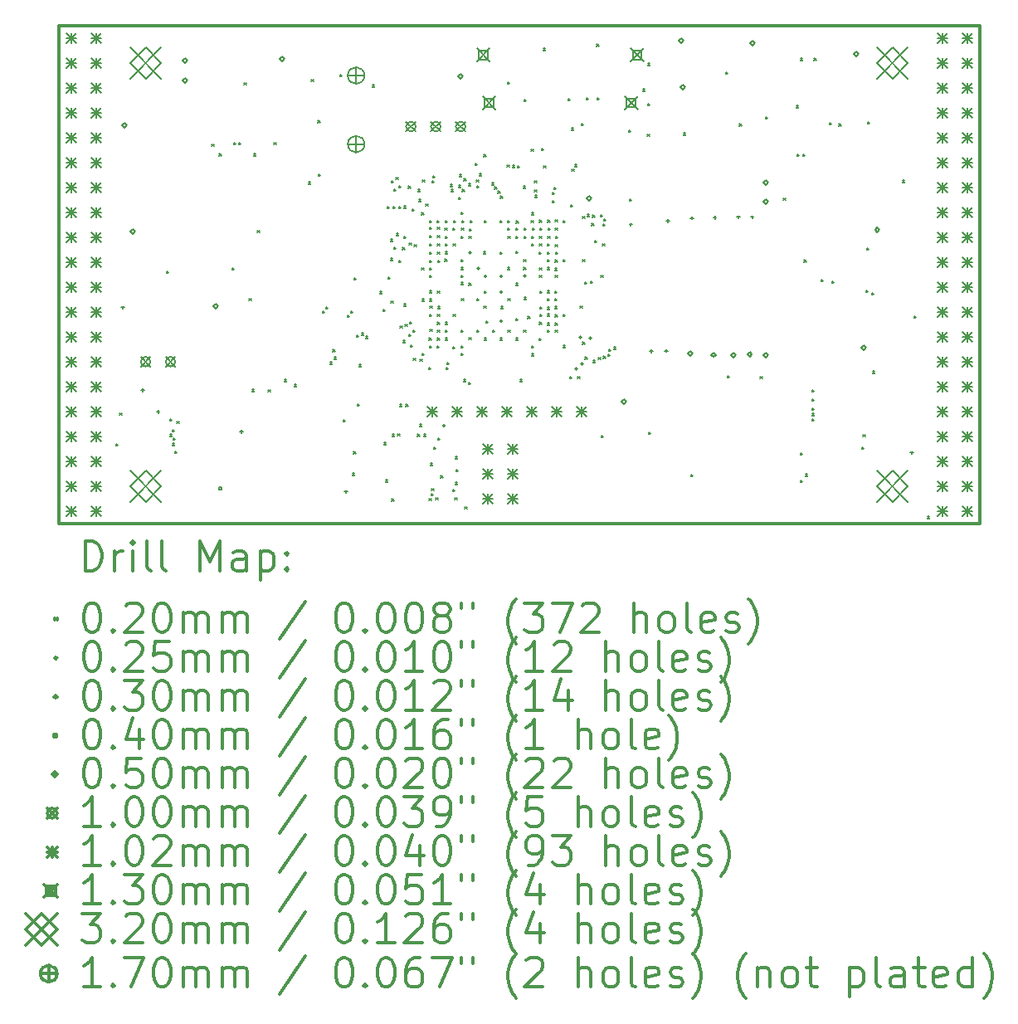
<source format=gbr>
%FSLAX45Y45*%
G04 Gerber Fmt 4.5, Leading zero omitted, Abs format (unit mm)*
G04 Created by KiCad (PCBNEW 5.0.0-rc2-dev-unknown+dfsg1+20180318-2) date Sun Jun  3 18:47:05 2018*
%MOMM*%
%LPD*%
G01*
G04 APERTURE LIST*
%ADD10C,0.300000*%
%ADD11C,0.200000*%
G04 APERTURE END LIST*
D10*
X9410000Y-6142000D02*
X9410000Y-11222000D01*
X18808000Y-6142000D02*
X9410000Y-6142000D01*
X18808000Y-11222000D02*
X18808000Y-6142000D01*
X9410000Y-11222000D02*
X18808000Y-11222000D01*
D11*
X9998000Y-10410000D02*
X10018000Y-10430000D01*
X10018000Y-10410000D02*
X9998000Y-10430000D01*
X10035000Y-10094400D02*
X10055000Y-10114400D01*
X10055000Y-10094400D02*
X10035000Y-10114400D01*
X10514501Y-8649556D02*
X10534501Y-8669556D01*
X10534501Y-8649556D02*
X10514501Y-8669556D01*
X10545314Y-10310867D02*
X10565314Y-10330867D01*
X10565314Y-10310867D02*
X10545314Y-10330867D01*
X10547276Y-10156132D02*
X10567276Y-10176132D01*
X10567276Y-10156132D02*
X10547276Y-10176132D01*
X10574100Y-10266721D02*
X10594100Y-10286721D01*
X10594100Y-10266721D02*
X10574100Y-10286721D01*
X10574777Y-10403885D02*
X10594777Y-10423885D01*
X10594777Y-10403885D02*
X10574777Y-10423885D01*
X10579048Y-10351357D02*
X10599048Y-10371357D01*
X10599048Y-10351357D02*
X10579048Y-10371357D01*
X10598875Y-10487404D02*
X10618875Y-10507404D01*
X10618875Y-10487404D02*
X10598875Y-10507404D01*
X10617613Y-10179347D02*
X10637613Y-10199347D01*
X10637613Y-10179347D02*
X10617613Y-10199347D01*
X10974000Y-7352000D02*
X10994000Y-7372000D01*
X10994000Y-7352000D02*
X10974000Y-7372000D01*
X11049908Y-7448938D02*
X11069908Y-7468938D01*
X11069908Y-7448938D02*
X11049908Y-7468938D01*
X11179522Y-8615379D02*
X11199522Y-8635379D01*
X11199522Y-8615379D02*
X11179522Y-8635379D01*
X11197485Y-7337442D02*
X11217485Y-7357442D01*
X11217485Y-7337442D02*
X11197485Y-7357442D01*
X11251427Y-7337442D02*
X11271427Y-7357442D01*
X11271427Y-7337442D02*
X11251427Y-7357442D01*
X11305725Y-6724363D02*
X11325725Y-6744363D01*
X11325725Y-6724363D02*
X11305725Y-6744363D01*
X11356061Y-8927572D02*
X11376061Y-8947572D01*
X11376061Y-8927572D02*
X11356061Y-8947572D01*
X11382700Y-9854900D02*
X11402700Y-9874900D01*
X11402700Y-9854900D02*
X11382700Y-9874900D01*
X11400408Y-7451220D02*
X11420408Y-7471220D01*
X11420408Y-7451220D02*
X11400408Y-7471220D01*
X11441393Y-8230943D02*
X11461393Y-8250943D01*
X11461393Y-8230943D02*
X11441393Y-8250943D01*
X11549396Y-9856496D02*
X11569396Y-9876496D01*
X11569396Y-9856496D02*
X11549396Y-9876496D01*
X11609800Y-7337442D02*
X11629800Y-7357442D01*
X11629800Y-7337442D02*
X11609800Y-7357442D01*
X11712900Y-9753301D02*
X11732900Y-9773301D01*
X11732900Y-9753301D02*
X11712900Y-9773301D01*
X11814500Y-9804100D02*
X11834500Y-9824100D01*
X11834500Y-9804100D02*
X11814500Y-9824100D01*
X11959215Y-7739412D02*
X11979215Y-7759412D01*
X11979215Y-7739412D02*
X11959215Y-7759412D01*
X11990800Y-6690800D02*
X12010800Y-6710800D01*
X12010800Y-6690800D02*
X11990800Y-6710800D01*
X12056498Y-7112736D02*
X12076498Y-7132736D01*
X12076498Y-7112736D02*
X12056498Y-7132736D01*
X12063993Y-7659408D02*
X12083993Y-7679408D01*
X12083993Y-7659408D02*
X12063993Y-7679408D01*
X12106600Y-9054800D02*
X12126600Y-9074800D01*
X12126600Y-9054800D02*
X12106600Y-9074800D01*
X12139415Y-9013562D02*
X12159415Y-9033562D01*
X12159415Y-9013562D02*
X12139415Y-9033562D01*
X12182800Y-9575500D02*
X12202800Y-9595500D01*
X12202800Y-9575500D02*
X12182800Y-9595500D01*
X12210364Y-9448538D02*
X12230364Y-9468538D01*
X12230364Y-9448538D02*
X12210364Y-9468538D01*
X12220900Y-9524700D02*
X12240900Y-9544700D01*
X12240900Y-9524700D02*
X12220900Y-9544700D01*
X12282618Y-6643232D02*
X12302618Y-6663232D01*
X12302618Y-6643232D02*
X12282618Y-6663232D01*
X12317388Y-10161592D02*
X12337388Y-10181592D01*
X12337388Y-10161592D02*
X12317388Y-10181592D01*
X12360966Y-9096472D02*
X12380966Y-9116472D01*
X12380966Y-9096472D02*
X12360966Y-9116472D01*
X12391502Y-9053519D02*
X12411502Y-9073519D01*
X12411502Y-9053519D02*
X12391502Y-9073519D01*
X12410242Y-10710764D02*
X12430242Y-10730764D01*
X12430242Y-10710764D02*
X12410242Y-10730764D01*
X12422216Y-10490236D02*
X12442216Y-10510236D01*
X12442216Y-10490236D02*
X12422216Y-10510236D01*
X12426118Y-8717437D02*
X12446118Y-8737437D01*
X12446118Y-8717437D02*
X12426118Y-8737437D01*
X12426118Y-8717437D02*
X12446118Y-8737437D01*
X12446118Y-8717437D02*
X12426118Y-8737437D01*
X12453269Y-9302035D02*
X12473269Y-9322035D01*
X12473269Y-9302035D02*
X12453269Y-9322035D01*
X12460744Y-10002698D02*
X12480744Y-10022698D01*
X12480744Y-10002698D02*
X12460744Y-10022698D01*
X12474902Y-9600287D02*
X12494902Y-9620287D01*
X12494902Y-9600287D02*
X12474902Y-9620287D01*
X12501033Y-9279764D02*
X12521033Y-9299764D01*
X12521033Y-9279764D02*
X12501033Y-9299764D01*
X12542510Y-9313676D02*
X12562510Y-9333676D01*
X12562510Y-9313676D02*
X12542510Y-9333676D01*
X12610450Y-6748537D02*
X12630450Y-6768537D01*
X12630450Y-6748537D02*
X12610450Y-6768537D01*
X12687018Y-8855931D02*
X12707018Y-8875931D01*
X12707018Y-8855931D02*
X12687018Y-8875931D01*
X12720111Y-9035435D02*
X12740111Y-9055435D01*
X12740111Y-9035435D02*
X12720111Y-9055435D01*
X12731909Y-10397773D02*
X12751909Y-10417773D01*
X12751909Y-10397773D02*
X12731909Y-10417773D01*
X12748660Y-10777504D02*
X12768660Y-10797504D01*
X12768660Y-10777504D02*
X12748660Y-10797504D01*
X12764988Y-7989114D02*
X12784988Y-8009114D01*
X12784988Y-7989114D02*
X12764988Y-8009114D01*
X12771035Y-8708207D02*
X12791035Y-8728207D01*
X12791035Y-8708207D02*
X12771035Y-8728207D01*
X12796207Y-8322888D02*
X12816207Y-8342888D01*
X12816207Y-8322888D02*
X12796207Y-8342888D01*
X12799179Y-8517702D02*
X12819179Y-8537702D01*
X12819179Y-8517702D02*
X12799179Y-8537702D01*
X12803679Y-8951152D02*
X12823679Y-8971152D01*
X12823679Y-8951152D02*
X12803679Y-8971152D01*
X12805201Y-7723267D02*
X12825201Y-7743267D01*
X12825201Y-7723267D02*
X12805201Y-7743267D01*
X12811634Y-10971333D02*
X12831634Y-10991333D01*
X12831634Y-10971333D02*
X12811634Y-10991333D01*
X12814780Y-10310898D02*
X12834780Y-10330898D01*
X12834780Y-10310898D02*
X12814780Y-10330898D01*
X12822879Y-7985310D02*
X12842879Y-8005310D01*
X12842879Y-7985310D02*
X12822879Y-8005310D01*
X12834680Y-7807951D02*
X12854680Y-7827951D01*
X12854680Y-7807951D02*
X12834680Y-7827951D01*
X12835268Y-8401687D02*
X12855268Y-8421687D01*
X12855268Y-8401687D02*
X12835268Y-8421687D01*
X12854493Y-7691566D02*
X12874493Y-7711566D01*
X12874493Y-7691566D02*
X12854493Y-7711566D01*
X12859178Y-8263722D02*
X12879178Y-8283722D01*
X12879178Y-8263722D02*
X12859178Y-8283722D01*
X12870682Y-10308590D02*
X12890682Y-10328590D01*
X12890682Y-10308590D02*
X12870682Y-10328590D01*
X12880857Y-7988548D02*
X12900857Y-8008548D01*
X12900857Y-7988548D02*
X12880857Y-8008548D01*
X12881301Y-8540585D02*
X12901301Y-8560585D01*
X12901301Y-8540585D02*
X12881301Y-8560585D01*
X12886175Y-7777882D02*
X12906175Y-7797882D01*
X12906175Y-7777882D02*
X12886175Y-7797882D01*
X12890520Y-10007480D02*
X12910520Y-10027480D01*
X12910520Y-10007480D02*
X12890520Y-10027480D01*
X12895573Y-9206272D02*
X12915573Y-9226272D01*
X12915573Y-9206272D02*
X12895573Y-9226272D01*
X12920256Y-8405350D02*
X12940256Y-8425350D01*
X12940256Y-8405350D02*
X12920256Y-8425350D01*
X12926203Y-9354578D02*
X12946203Y-9374578D01*
X12946203Y-9354578D02*
X12926203Y-9374578D01*
X12933760Y-7984679D02*
X12953760Y-8004679D01*
X12953760Y-7984679D02*
X12933760Y-8004679D01*
X12934924Y-8983794D02*
X12954924Y-9003794D01*
X12954924Y-8983794D02*
X12934924Y-9003794D01*
X12935809Y-8290406D02*
X12955809Y-8310406D01*
X12955809Y-8290406D02*
X12935809Y-8310406D01*
X12946857Y-9190566D02*
X12966857Y-9210566D01*
X12966857Y-9190566D02*
X12946857Y-9210566D01*
X12956000Y-10005500D02*
X12976000Y-10025500D01*
X12976000Y-10005500D02*
X12956000Y-10025500D01*
X12982095Y-7781082D02*
X13002095Y-7801082D01*
X13002095Y-7781082D02*
X12982095Y-7801082D01*
X12987271Y-9293510D02*
X13007271Y-9313510D01*
X13007271Y-9293510D02*
X12987271Y-9313510D01*
X12989202Y-8359151D02*
X13009202Y-8379151D01*
X13009202Y-8359151D02*
X12989202Y-8379151D01*
X12991955Y-9163298D02*
X13011955Y-9183298D01*
X13011955Y-9163298D02*
X12991955Y-9183298D01*
X13002337Y-9402267D02*
X13022337Y-9422267D01*
X13022337Y-9402267D02*
X13002337Y-9422267D01*
X13017215Y-8013821D02*
X13037215Y-8033821D01*
X13037215Y-8013821D02*
X13017215Y-8033821D01*
X13028454Y-9248473D02*
X13048454Y-9268473D01*
X13048454Y-9248473D02*
X13028454Y-9268473D01*
X13032200Y-9535600D02*
X13052200Y-9555600D01*
X13052200Y-9535600D02*
X13032200Y-9555600D01*
X13038793Y-8376986D02*
X13058793Y-8396986D01*
X13058793Y-8376986D02*
X13038793Y-8396986D01*
X13073948Y-10310899D02*
X13093948Y-10330899D01*
X13093948Y-10310899D02*
X13073948Y-10330899D01*
X13077859Y-7815329D02*
X13097859Y-7835329D01*
X13097859Y-7815329D02*
X13077859Y-7835329D01*
X13085264Y-7914901D02*
X13105264Y-7934901D01*
X13105264Y-7914901D02*
X13085264Y-7934901D01*
X13093907Y-10208700D02*
X13113907Y-10228700D01*
X13113907Y-10208700D02*
X13093907Y-10228700D01*
X13098471Y-9546418D02*
X13118471Y-9566418D01*
X13118471Y-9546418D02*
X13098471Y-9566418D01*
X13116430Y-8612711D02*
X13136430Y-8632711D01*
X13136430Y-8612711D02*
X13116430Y-8632711D01*
X13116518Y-8052178D02*
X13136518Y-8072178D01*
X13136518Y-8052178D02*
X13116518Y-8072178D01*
X13117950Y-8930733D02*
X13137950Y-8950733D01*
X13137950Y-8930733D02*
X13117950Y-8950733D01*
X13121616Y-9485914D02*
X13141616Y-9505914D01*
X13141616Y-9485914D02*
X13121616Y-9505914D01*
X13125345Y-7716470D02*
X13145345Y-7736470D01*
X13145345Y-7716470D02*
X13125345Y-7736470D01*
X13135385Y-10310829D02*
X13155385Y-10330829D01*
X13155385Y-10310829D02*
X13135385Y-10330829D01*
X13157757Y-7959799D02*
X13177757Y-7979799D01*
X13177757Y-7959799D02*
X13157757Y-7979799D01*
X13188633Y-9630479D02*
X13208633Y-9650479D01*
X13208633Y-9630479D02*
X13188633Y-9650479D01*
X13192441Y-10966678D02*
X13212441Y-10986678D01*
X13212441Y-10966678D02*
X13192441Y-10986678D01*
X13193199Y-9330000D02*
X13213199Y-9350000D01*
X13213199Y-9330000D02*
X13193199Y-9350000D01*
X13197562Y-8931064D02*
X13217562Y-8951064D01*
X13217562Y-8931064D02*
X13197562Y-8951064D01*
X13197734Y-9090201D02*
X13217734Y-9110201D01*
X13217734Y-9090201D02*
X13197734Y-9110201D01*
X13197902Y-8284734D02*
X13217902Y-8304734D01*
X13217902Y-8284734D02*
X13197902Y-8304734D01*
X13197999Y-8200333D02*
X13217999Y-8220333D01*
X13217999Y-8200333D02*
X13197999Y-8220333D01*
X13198000Y-8690000D02*
X13218000Y-8710000D01*
X13218000Y-8690000D02*
X13198000Y-8710000D01*
X13198000Y-9410000D02*
X13218000Y-9430000D01*
X13218000Y-9410000D02*
X13198000Y-9430000D01*
X13198303Y-8616041D02*
X13218303Y-8636041D01*
X13218303Y-8616041D02*
X13198303Y-8636041D01*
X13198368Y-8369136D02*
X13218368Y-8389136D01*
X13218368Y-8369136D02*
X13198368Y-8389136D01*
X13198405Y-8845827D02*
X13218405Y-8865827D01*
X13218405Y-8845827D02*
X13198405Y-8865827D01*
X13198801Y-8130801D02*
X13218801Y-8150801D01*
X13218801Y-8130801D02*
X13198801Y-8150801D01*
X13198979Y-8537938D02*
X13218979Y-8557938D01*
X13218979Y-8537938D02*
X13198979Y-8557938D01*
X13199289Y-8453537D02*
X13219289Y-8473537D01*
X13219289Y-8453537D02*
X13199289Y-8473537D01*
X13200000Y-9005799D02*
X13220000Y-9025799D01*
X13220000Y-9005799D02*
X13200000Y-9025799D01*
X13201075Y-9242748D02*
X13221075Y-9262748D01*
X13221075Y-9242748D02*
X13201075Y-9262748D01*
X13206286Y-10608587D02*
X13226286Y-10628587D01*
X13226286Y-10608587D02*
X13206286Y-10628587D01*
X13211973Y-10917729D02*
X13231973Y-10937729D01*
X13231973Y-10917729D02*
X13211973Y-10937729D01*
X13218587Y-10865445D02*
X13238587Y-10885445D01*
X13238587Y-10865445D02*
X13218587Y-10885445D01*
X13220903Y-7724256D02*
X13240903Y-7744256D01*
X13240903Y-7724256D02*
X13220903Y-7744256D01*
X13232873Y-7672932D02*
X13252873Y-7692932D01*
X13252873Y-7672932D02*
X13232873Y-7692932D01*
X13236800Y-10440341D02*
X13256800Y-10460341D01*
X13256800Y-10440341D02*
X13236800Y-10460341D01*
X13260800Y-10958000D02*
X13280800Y-10978000D01*
X13280800Y-10958000D02*
X13260800Y-10978000D01*
X13272048Y-8130098D02*
X13292048Y-8150098D01*
X13292048Y-8130098D02*
X13272048Y-8150098D01*
X13274623Y-9409707D02*
X13294623Y-9429707D01*
X13294623Y-9409707D02*
X13274623Y-9429707D01*
X13277261Y-8284735D02*
X13297261Y-8304735D01*
X13297261Y-8284735D02*
X13277261Y-8304735D01*
X13278000Y-8200334D02*
X13298000Y-8220334D01*
X13298000Y-8200334D02*
X13278000Y-8220334D01*
X13278000Y-8850000D02*
X13298000Y-8870000D01*
X13298000Y-8850000D02*
X13278000Y-8870000D01*
X13278000Y-9090000D02*
X13298000Y-9110000D01*
X13298000Y-9090000D02*
X13278000Y-9110000D01*
X13278000Y-9170000D02*
X13298000Y-9190000D01*
X13298000Y-9170000D02*
X13278000Y-9190000D01*
X13278000Y-9250000D02*
X13298000Y-9270000D01*
X13298000Y-9250000D02*
X13278000Y-9270000D01*
X13278000Y-9330000D02*
X13298000Y-9350000D01*
X13298000Y-9330000D02*
X13278000Y-9350000D01*
X13278175Y-8369136D02*
X13298175Y-8389136D01*
X13298175Y-8369136D02*
X13278175Y-8389136D01*
X13278218Y-8453537D02*
X13298218Y-8473537D01*
X13298218Y-8453537D02*
X13278218Y-8473537D01*
X13279688Y-8536938D02*
X13299688Y-8556938D01*
X13299688Y-8536938D02*
X13279688Y-8556938D01*
X13280000Y-9008000D02*
X13300000Y-9028000D01*
X13300000Y-9008000D02*
X13280000Y-9028000D01*
X13282849Y-10350134D02*
X13302849Y-10370134D01*
X13302849Y-10350134D02*
X13282849Y-10370134D01*
X13311600Y-10736500D02*
X13331600Y-10756500D01*
X13331600Y-10736500D02*
X13311600Y-10756500D01*
X13352314Y-8526642D02*
X13372314Y-8546642D01*
X13372314Y-8526642D02*
X13352314Y-8546642D01*
X13354839Y-8209060D02*
X13374839Y-8229060D01*
X13374839Y-8209060D02*
X13354839Y-8229060D01*
X13356449Y-8131468D02*
X13376449Y-8151468D01*
X13376449Y-8131468D02*
X13356449Y-8151468D01*
X13357194Y-8449520D02*
X13377194Y-8469520D01*
X13377194Y-8449520D02*
X13357194Y-8469520D01*
X13358000Y-8290000D02*
X13378000Y-8310000D01*
X13378000Y-8290000D02*
X13358000Y-8310000D01*
X13358000Y-8370000D02*
X13378000Y-8390000D01*
X13378000Y-8370000D02*
X13358000Y-8390000D01*
X13358000Y-9170000D02*
X13378000Y-9190000D01*
X13378000Y-9170000D02*
X13358000Y-9190000D01*
X13358000Y-9250000D02*
X13378000Y-9270000D01*
X13378000Y-9250000D02*
X13358000Y-9270000D01*
X13358548Y-9330230D02*
X13378548Y-9350230D01*
X13378548Y-9330230D02*
X13358548Y-9350230D01*
X13366285Y-9629515D02*
X13386285Y-9649515D01*
X13386285Y-9629515D02*
X13366285Y-9649515D01*
X13375239Y-9577580D02*
X13395239Y-9597580D01*
X13395239Y-9577580D02*
X13375239Y-9597580D01*
X13407730Y-7762109D02*
X13427730Y-7782109D01*
X13427730Y-7762109D02*
X13407730Y-7782109D01*
X13415018Y-7815381D02*
X13435018Y-7835381D01*
X13435018Y-7815381D02*
X13415018Y-7835381D01*
X13433398Y-8208015D02*
X13453398Y-8228015D01*
X13453398Y-8208015D02*
X13433398Y-8228015D01*
X13435582Y-9416717D02*
X13455582Y-9436717D01*
X13455582Y-9416717D02*
X13435582Y-9436717D01*
X13436400Y-10874197D02*
X13456400Y-10894197D01*
X13456400Y-10874197D02*
X13436400Y-10894197D01*
X13438000Y-8370000D02*
X13458000Y-8390000D01*
X13458000Y-8370000D02*
X13438000Y-8390000D01*
X13438000Y-9090000D02*
X13458000Y-9110000D01*
X13458000Y-9090000D02*
X13438000Y-9110000D01*
X13440850Y-8130675D02*
X13460850Y-8150675D01*
X13460850Y-8130675D02*
X13440850Y-8150675D01*
X13453687Y-10961995D02*
X13473687Y-10981995D01*
X13473687Y-10961995D02*
X13453687Y-10981995D01*
X13457587Y-10803159D02*
X13477587Y-10823159D01*
X13477587Y-10803159D02*
X13457587Y-10823159D01*
X13460735Y-10540845D02*
X13480735Y-10560845D01*
X13480735Y-10540845D02*
X13460735Y-10560845D01*
X13465065Y-10671051D02*
X13485065Y-10691051D01*
X13485065Y-10671051D02*
X13465065Y-10691051D01*
X13492132Y-7892495D02*
X13512132Y-7912495D01*
X13512132Y-7892495D02*
X13492132Y-7912495D01*
X13493478Y-7773120D02*
X13513478Y-7793120D01*
X13513478Y-7773120D02*
X13493478Y-7793120D01*
X13502968Y-7663013D02*
X13522968Y-7683013D01*
X13522968Y-7663013D02*
X13502968Y-7683013D01*
X13516300Y-8762700D02*
X13536300Y-8782700D01*
X13536300Y-8762700D02*
X13516300Y-8782700D01*
X13518000Y-8292201D02*
X13538000Y-8312201D01*
X13538000Y-8292201D02*
X13518000Y-8312201D01*
X13518000Y-8530000D02*
X13538000Y-8550000D01*
X13538000Y-8530000D02*
X13518000Y-8550000D01*
X13518000Y-8610000D02*
X13538000Y-8630000D01*
X13538000Y-8610000D02*
X13518000Y-8630000D01*
X13518000Y-8690000D02*
X13538000Y-8710000D01*
X13538000Y-8690000D02*
X13518000Y-8710000D01*
X13518000Y-9250000D02*
X13538000Y-9270000D01*
X13538000Y-9250000D02*
X13518000Y-9270000D01*
X13518128Y-8048312D02*
X13538128Y-8068312D01*
X13538128Y-8048312D02*
X13518128Y-8068312D01*
X13518463Y-9488530D02*
X13538463Y-9508530D01*
X13538463Y-9488530D02*
X13518463Y-9508530D01*
X13518862Y-9412562D02*
X13538862Y-9432562D01*
X13538862Y-9412562D02*
X13518862Y-9432562D01*
X13521538Y-8209385D02*
X13541538Y-8229385D01*
X13541538Y-8209385D02*
X13521538Y-8229385D01*
X13524276Y-8928163D02*
X13544276Y-8948163D01*
X13544276Y-8928163D02*
X13524276Y-8948163D01*
X13525957Y-8129544D02*
X13545957Y-8149544D01*
X13545957Y-8129544D02*
X13525957Y-8149544D01*
X13531439Y-7812965D02*
X13551439Y-7832965D01*
X13551439Y-7812965D02*
X13531439Y-7832965D01*
X13541700Y-9753300D02*
X13561700Y-9773300D01*
X13561700Y-9753300D02*
X13541700Y-9773300D01*
X13548770Y-7704070D02*
X13568770Y-7724070D01*
X13568770Y-7704070D02*
X13548770Y-7724070D01*
X13555656Y-11051071D02*
X13575656Y-11071071D01*
X13575656Y-11051071D02*
X13555656Y-11071071D01*
X13594882Y-7754550D02*
X13614882Y-7774550D01*
X13614882Y-7754550D02*
X13594882Y-7774550D01*
X13595027Y-9781423D02*
X13615027Y-9801423D01*
X13615027Y-9781423D02*
X13595027Y-9801423D01*
X13598000Y-8290000D02*
X13618000Y-8310000D01*
X13618000Y-8290000D02*
X13598000Y-8310000D01*
X13598000Y-8770000D02*
X13618000Y-8790000D01*
X13618000Y-8770000D02*
X13598000Y-8790000D01*
X13599596Y-9326965D02*
X13619596Y-9346965D01*
X13619596Y-9326965D02*
X13599596Y-9346965D01*
X13602455Y-8216004D02*
X13622455Y-8236004D01*
X13622455Y-8216004D02*
X13602455Y-8236004D01*
X13613334Y-8133723D02*
X13633334Y-8153723D01*
X13633334Y-8133723D02*
X13613334Y-8153723D01*
X13664259Y-7547941D02*
X13684259Y-7567941D01*
X13684259Y-7547941D02*
X13664259Y-7567941D01*
X13676320Y-7718760D02*
X13696320Y-7738760D01*
X13696320Y-7718760D02*
X13676320Y-7738760D01*
X13678000Y-8930000D02*
X13698000Y-8950000D01*
X13698000Y-8930000D02*
X13678000Y-8950000D01*
X13678000Y-9250000D02*
X13698000Y-9270000D01*
X13698000Y-9250000D02*
X13678000Y-9270000D01*
X13679461Y-7776107D02*
X13699461Y-7796107D01*
X13699461Y-7776107D02*
X13679461Y-7796107D01*
X13707437Y-7652487D02*
X13727437Y-7672487D01*
X13727437Y-7652487D02*
X13707437Y-7672487D01*
X13745078Y-8447729D02*
X13765078Y-8467729D01*
X13765078Y-8447729D02*
X13745078Y-8467729D01*
X13752489Y-9002290D02*
X13772489Y-9022290D01*
X13772489Y-9002290D02*
X13752489Y-9022290D01*
X13752520Y-7459680D02*
X13772520Y-7479680D01*
X13772520Y-7459680D02*
X13752520Y-7479680D01*
X13758000Y-8130000D02*
X13778000Y-8150000D01*
X13778000Y-8130000D02*
X13758000Y-8150000D01*
X13758000Y-8850000D02*
X13778000Y-8870000D01*
X13778000Y-8850000D02*
X13758000Y-8870000D01*
X13758000Y-9330000D02*
X13778000Y-9350000D01*
X13778000Y-9330000D02*
X13758000Y-9350000D01*
X13770300Y-9156400D02*
X13790300Y-9176400D01*
X13790300Y-9156400D02*
X13770300Y-9176400D01*
X13830592Y-7745154D02*
X13850592Y-7765154D01*
X13850592Y-7745154D02*
X13830592Y-7765154D01*
X13838000Y-9250000D02*
X13858000Y-9270000D01*
X13858000Y-9250000D02*
X13838000Y-9270000D01*
X13862293Y-7788159D02*
X13882293Y-7808159D01*
X13882293Y-7788159D02*
X13862293Y-7808159D01*
X13893994Y-7831909D02*
X13913994Y-7851909D01*
X13913994Y-7831909D02*
X13893994Y-7851909D01*
X13917252Y-8451135D02*
X13937252Y-8471135D01*
X13937252Y-8451135D02*
X13917252Y-8471135D01*
X13918000Y-8130000D02*
X13938000Y-8150000D01*
X13938000Y-8130000D02*
X13918000Y-8150000D01*
X13918000Y-9330000D02*
X13938000Y-9350000D01*
X13938000Y-9330000D02*
X13918000Y-9350000D01*
X13921466Y-7881869D02*
X13941466Y-7901869D01*
X13941466Y-7881869D02*
X13921466Y-7901869D01*
X13922232Y-9006404D02*
X13942232Y-9026404D01*
X13942232Y-9006404D02*
X13922232Y-9026404D01*
X13989274Y-7564800D02*
X14009274Y-7584800D01*
X14009274Y-7564800D02*
X13989274Y-7584800D01*
X13991460Y-8609297D02*
X14011460Y-8629297D01*
X14011460Y-8609297D02*
X13991460Y-8629297D01*
X13992898Y-8130000D02*
X14012898Y-8150000D01*
X14012898Y-8130000D02*
X13992898Y-8150000D01*
X13992898Y-8210000D02*
X14012898Y-8230000D01*
X14012898Y-8210000D02*
X13992898Y-8230000D01*
X13993243Y-6718693D02*
X14013243Y-6738693D01*
X14013243Y-6718693D02*
X13993243Y-6738693D01*
X13996000Y-8292000D02*
X14016000Y-8312000D01*
X14016000Y-8292000D02*
X13996000Y-8312000D01*
X13998000Y-8930000D02*
X14018000Y-8950000D01*
X14018000Y-8930000D02*
X13998000Y-8950000D01*
X13998000Y-9250000D02*
X14018000Y-9270000D01*
X14018000Y-9250000D02*
X13998000Y-9270000D01*
X14041773Y-7569399D02*
X14061773Y-7589399D01*
X14061773Y-7569399D02*
X14041773Y-7589399D01*
X14076133Y-8294127D02*
X14096133Y-8314127D01*
X14096133Y-8294127D02*
X14076133Y-8314127D01*
X14077299Y-8207716D02*
X14097299Y-8227716D01*
X14097299Y-8207716D02*
X14077299Y-8227716D01*
X14077419Y-9133335D02*
X14097419Y-9153335D01*
X14097419Y-9133335D02*
X14077419Y-9153335D01*
X14077693Y-8445254D02*
X14097693Y-8465254D01*
X14097693Y-8445254D02*
X14077693Y-8465254D01*
X14078000Y-9330000D02*
X14098000Y-9350000D01*
X14098000Y-9330000D02*
X14078000Y-9350000D01*
X14079623Y-8771623D02*
X14099623Y-8791623D01*
X14099623Y-8771623D02*
X14079623Y-8791623D01*
X14082264Y-8134744D02*
X14102264Y-8154744D01*
X14102264Y-8134744D02*
X14082264Y-8154744D01*
X14094211Y-7574661D02*
X14114211Y-7594661D01*
X14114211Y-7574661D02*
X14094211Y-7594661D01*
X14118066Y-9754201D02*
X14138066Y-9774201D01*
X14138066Y-9754201D02*
X14118066Y-9774201D01*
X14152481Y-7781450D02*
X14172481Y-7801450D01*
X14172481Y-7781450D02*
X14152481Y-7801450D01*
X14158000Y-8530000D02*
X14178000Y-8550000D01*
X14178000Y-8530000D02*
X14158000Y-8550000D01*
X14158000Y-8610000D02*
X14178000Y-8630000D01*
X14178000Y-8610000D02*
X14158000Y-8630000D01*
X14158000Y-9250000D02*
X14178000Y-9270000D01*
X14178000Y-9250000D02*
X14158000Y-9270000D01*
X14162701Y-8209494D02*
X14182701Y-8229494D01*
X14182701Y-8209494D02*
X14162701Y-8229494D01*
X14162701Y-8289887D02*
X14182701Y-8309887D01*
X14182701Y-8289887D02*
X14162701Y-8309887D01*
X14164000Y-8915099D02*
X14184000Y-8935099D01*
X14184000Y-8915099D02*
X14164000Y-8935099D01*
X14164285Y-6893836D02*
X14184285Y-6913836D01*
X14184285Y-6893836D02*
X14164285Y-6913836D01*
X14200722Y-9110102D02*
X14220722Y-9130102D01*
X14220722Y-9110102D02*
X14200722Y-9130102D01*
X14233699Y-7403800D02*
X14253699Y-7423800D01*
X14253699Y-7403800D02*
X14233699Y-7423800D01*
X14235032Y-8132000D02*
X14255032Y-8152000D01*
X14255032Y-8132000D02*
X14235032Y-8152000D01*
X14236000Y-8052000D02*
X14256000Y-8072000D01*
X14256000Y-8052000D02*
X14236000Y-8072000D01*
X14236000Y-8292000D02*
X14256000Y-8312000D01*
X14256000Y-8292000D02*
X14236000Y-8312000D01*
X14238000Y-8370000D02*
X14258000Y-8390000D01*
X14258000Y-8370000D02*
X14238000Y-8390000D01*
X14238000Y-9410000D02*
X14258000Y-9430000D01*
X14258000Y-9410000D02*
X14238000Y-9430000D01*
X14238000Y-9490000D02*
X14258000Y-9510000D01*
X14258000Y-9490000D02*
X14238000Y-9510000D01*
X14247102Y-8210435D02*
X14267102Y-8230435D01*
X14267102Y-8210435D02*
X14247102Y-8230435D01*
X14268441Y-7818307D02*
X14288441Y-7838307D01*
X14288441Y-7818307D02*
X14268441Y-7838307D01*
X14268583Y-7724192D02*
X14288583Y-7744192D01*
X14288583Y-7724192D02*
X14268583Y-7744192D01*
X14271130Y-7874603D02*
X14291130Y-7894603D01*
X14291130Y-7874603D02*
X14271130Y-7894603D01*
X14316000Y-8452000D02*
X14336000Y-8472000D01*
X14336000Y-8452000D02*
X14316000Y-8472000D01*
X14316969Y-9331491D02*
X14336969Y-9351491D01*
X14336969Y-9331491D02*
X14316969Y-9351491D01*
X14318000Y-8370000D02*
X14338000Y-8390000D01*
X14338000Y-8370000D02*
X14318000Y-8390000D01*
X14318000Y-8690000D02*
X14338000Y-8710000D01*
X14338000Y-8690000D02*
X14318000Y-8710000D01*
X14318000Y-9170000D02*
X14338000Y-9190000D01*
X14338000Y-9170000D02*
X14318000Y-9190000D01*
X14318740Y-8294201D02*
X14338740Y-8314201D01*
X14338740Y-8294201D02*
X14318740Y-8314201D01*
X14319433Y-8127729D02*
X14339433Y-8147729D01*
X14339433Y-8127729D02*
X14319433Y-8147729D01*
X14320000Y-8612000D02*
X14340000Y-8632000D01*
X14340000Y-8612000D02*
X14320000Y-8632000D01*
X14322201Y-8849503D02*
X14342201Y-8869503D01*
X14342201Y-8849503D02*
X14322201Y-8869503D01*
X14322201Y-9010195D02*
X14342201Y-9030195D01*
X14342201Y-9010195D02*
X14322201Y-9030195D01*
X14322201Y-9090066D02*
X14342201Y-9110066D01*
X14342201Y-9090066D02*
X14322201Y-9110066D01*
X14323265Y-8209799D02*
X14343265Y-8229799D01*
X14343265Y-8209799D02*
X14323265Y-8229799D01*
X14341800Y-7397450D02*
X14361800Y-7417450D01*
X14361800Y-7397450D02*
X14341800Y-7417450D01*
X14355067Y-6376252D02*
X14375067Y-6396252D01*
X14375067Y-6376252D02*
X14355067Y-6396252D01*
X14360888Y-7571730D02*
X14380888Y-7591730D01*
X14380888Y-7571730D02*
X14360888Y-7591730D01*
X14396483Y-9177765D02*
X14416483Y-9197765D01*
X14416483Y-9177765D02*
X14396483Y-9197765D01*
X14397624Y-8929530D02*
X14417624Y-8949530D01*
X14417624Y-8929530D02*
X14397624Y-8949530D01*
X14397701Y-9016697D02*
X14417701Y-9036697D01*
X14417701Y-9016697D02*
X14397701Y-9036697D01*
X14398000Y-8610000D02*
X14418000Y-8630000D01*
X14418000Y-8610000D02*
X14398000Y-8630000D01*
X14398000Y-9085650D02*
X14418000Y-9105650D01*
X14418000Y-9085650D02*
X14398000Y-9105650D01*
X14398283Y-8848451D02*
X14418283Y-8868451D01*
X14418283Y-8848451D02*
X14398283Y-8868451D01*
X14400201Y-8529722D02*
X14420201Y-8549722D01*
X14420201Y-8529722D02*
X14400201Y-8549722D01*
X14400319Y-8367799D02*
X14420319Y-8387799D01*
X14420319Y-8367799D02*
X14400319Y-8387799D01*
X14400350Y-8456040D02*
X14420350Y-8476040D01*
X14420350Y-8456040D02*
X14400350Y-8476040D01*
X14401325Y-9248876D02*
X14421325Y-9268876D01*
X14421325Y-9248876D02*
X14401325Y-9268876D01*
X14403141Y-8290000D02*
X14423141Y-8310000D01*
X14423141Y-8290000D02*
X14403141Y-8310000D01*
X14403835Y-8128377D02*
X14423835Y-8148377D01*
X14423835Y-8128377D02*
X14403835Y-8148377D01*
X14407666Y-8210000D02*
X14427666Y-8230000D01*
X14427666Y-8210000D02*
X14407666Y-8230000D01*
X14450634Y-7841735D02*
X14470634Y-7861735D01*
X14470634Y-7841735D02*
X14450634Y-7861735D01*
X14450634Y-7926136D02*
X14470634Y-7946136D01*
X14470634Y-7926136D02*
X14450634Y-7946136D01*
X14469153Y-7792394D02*
X14489153Y-7812394D01*
X14489153Y-7792394D02*
X14469153Y-7812394D01*
X14475676Y-8924990D02*
X14495676Y-8944990D01*
X14495676Y-8924990D02*
X14475676Y-8944990D01*
X14476724Y-9009392D02*
X14496724Y-9029392D01*
X14496724Y-9009392D02*
X14476724Y-9029392D01*
X14477515Y-8619275D02*
X14497515Y-8639275D01*
X14497515Y-8619275D02*
X14477515Y-8639275D01*
X14477765Y-8852201D02*
X14497765Y-8872201D01*
X14497765Y-8852201D02*
X14477765Y-8872201D01*
X14478235Y-9247799D02*
X14498235Y-9267799D01*
X14498235Y-9247799D02*
X14478235Y-9267799D01*
X14478778Y-8123192D02*
X14498778Y-8143192D01*
X14498778Y-8123192D02*
X14478778Y-8143192D01*
X14478812Y-8207593D02*
X14498812Y-8227593D01*
X14498812Y-8207593D02*
X14478812Y-8227593D01*
X14478935Y-8534874D02*
X14498935Y-8554874D01*
X14498935Y-8534874D02*
X14478935Y-8554874D01*
X14479160Y-9178194D02*
X14499160Y-9198194D01*
X14499160Y-9178194D02*
X14479160Y-9198194D01*
X14479432Y-8687756D02*
X14499432Y-8707756D01*
X14499432Y-8687756D02*
X14479432Y-8707756D01*
X14479670Y-8376395D02*
X14499670Y-8396395D01*
X14499670Y-8376395D02*
X14479670Y-8396395D01*
X14480294Y-9093793D02*
X14500294Y-9113793D01*
X14500294Y-9093793D02*
X14480294Y-9113793D01*
X14481241Y-8455796D02*
X14501241Y-8475796D01*
X14501241Y-8455796D02*
X14481241Y-8475796D01*
X14481689Y-8291994D02*
X14501689Y-8311994D01*
X14501689Y-8291994D02*
X14481689Y-8311994D01*
X14557281Y-8529606D02*
X14577281Y-8549606D01*
X14577281Y-8529606D02*
X14557281Y-8549606D01*
X14558000Y-8130512D02*
X14578000Y-8150512D01*
X14578000Y-8130512D02*
X14558000Y-8150512D01*
X14558739Y-9089665D02*
X14578739Y-9109665D01*
X14578739Y-9089665D02*
X14558739Y-9109665D01*
X14559124Y-9406675D02*
X14579124Y-9426675D01*
X14579124Y-9406675D02*
X14559124Y-9426675D01*
X14613342Y-6884608D02*
X14633342Y-6904608D01*
X14633342Y-6884608D02*
X14613342Y-6904608D01*
X14629479Y-9723392D02*
X14649479Y-9743392D01*
X14649479Y-9723392D02*
X14629479Y-9743392D01*
X14638141Y-7971938D02*
X14658141Y-7991938D01*
X14658141Y-7971938D02*
X14638141Y-7991938D01*
X14646600Y-7187900D02*
X14666600Y-7207900D01*
X14666600Y-7187900D02*
X14646600Y-7207900D01*
X14648744Y-7607406D02*
X14668744Y-7627406D01*
X14668744Y-7607406D02*
X14648744Y-7627406D01*
X14680980Y-7560789D02*
X14700980Y-7580789D01*
X14700980Y-7560789D02*
X14680980Y-7580789D01*
X14707598Y-9723392D02*
X14727598Y-9743392D01*
X14727598Y-9723392D02*
X14707598Y-9743392D01*
X14733095Y-9001248D02*
X14753095Y-9021248D01*
X14753095Y-9001248D02*
X14733095Y-9021248D01*
X14748200Y-7143450D02*
X14768200Y-7163450D01*
X14768200Y-7143450D02*
X14748200Y-7163450D01*
X14758739Y-8527409D02*
X14778739Y-8547409D01*
X14778739Y-8527409D02*
X14758739Y-8547409D01*
X14758831Y-8088311D02*
X14778831Y-8108311D01*
X14778831Y-8088311D02*
X14758831Y-8108311D01*
X14760000Y-9372000D02*
X14780000Y-9392000D01*
X14780000Y-9372000D02*
X14760000Y-9392000D01*
X14781079Y-8758342D02*
X14801079Y-8778342D01*
X14801079Y-8758342D02*
X14781079Y-8778342D01*
X14782886Y-9523902D02*
X14802886Y-9543902D01*
X14802886Y-9523902D02*
X14782886Y-9543902D01*
X14799000Y-6876750D02*
X14819000Y-6896750D01*
X14819000Y-6876750D02*
X14799000Y-6896750D01*
X14807525Y-8068155D02*
X14827525Y-8088155D01*
X14827525Y-8068155D02*
X14807525Y-8088155D01*
X14838354Y-8752346D02*
X14858354Y-8772346D01*
X14858354Y-8752346D02*
X14838354Y-8772346D01*
X14851066Y-8160586D02*
X14871066Y-8180586D01*
X14871066Y-8160586D02*
X14851066Y-8180586D01*
X14859611Y-8076185D02*
X14879611Y-8096185D01*
X14879611Y-8076185D02*
X14859611Y-8096185D01*
X14864798Y-9556963D02*
X14884798Y-9576963D01*
X14884798Y-9556963D02*
X14864798Y-9576963D01*
X14882151Y-8334201D02*
X14902151Y-8354201D01*
X14902151Y-8334201D02*
X14882151Y-8354201D01*
X14903412Y-6332405D02*
X14923412Y-6352405D01*
X14923412Y-6332405D02*
X14903412Y-6352405D01*
X14906950Y-6876750D02*
X14926950Y-6896750D01*
X14926950Y-6876750D02*
X14906950Y-6896750D01*
X14918439Y-9527799D02*
X14938439Y-9547799D01*
X14938439Y-9527799D02*
X14918439Y-9547799D01*
X14942722Y-8073801D02*
X14962722Y-8093801D01*
X14962722Y-8073801D02*
X14942722Y-8093801D01*
X14945314Y-8688944D02*
X14965314Y-8708944D01*
X14965314Y-8688944D02*
X14945314Y-8708944D01*
X14947728Y-10322085D02*
X14967728Y-10342085D01*
X14967728Y-10322085D02*
X14947728Y-10342085D01*
X14963249Y-8370769D02*
X14983249Y-8390769D01*
X14983249Y-8370769D02*
X14963249Y-8390769D01*
X14968729Y-8167499D02*
X14988729Y-8187499D01*
X14988729Y-8167499D02*
X14968729Y-8187499D01*
X14969589Y-9515108D02*
X14989589Y-9535108D01*
X14989589Y-9515108D02*
X14969589Y-9535108D01*
X14975319Y-8115211D02*
X14995319Y-8135211D01*
X14995319Y-8115211D02*
X14975319Y-8135211D01*
X15017890Y-9494025D02*
X15037890Y-9514025D01*
X15037890Y-9494025D02*
X15017890Y-9514025D01*
X15024597Y-9441753D02*
X15044597Y-9461753D01*
X15044597Y-9441753D02*
X15024597Y-9461753D01*
X15078921Y-9423257D02*
X15098921Y-9443257D01*
X15098921Y-9423257D02*
X15078921Y-9443257D01*
X15230800Y-7206950D02*
X15250800Y-7226950D01*
X15250800Y-7206950D02*
X15230800Y-7226950D01*
X15239707Y-7909347D02*
X15259707Y-7929347D01*
X15259707Y-7909347D02*
X15239707Y-7929347D01*
X15370500Y-6789627D02*
X15390500Y-6809627D01*
X15390500Y-6789627D02*
X15370500Y-6809627D01*
X15419800Y-7249600D02*
X15439800Y-7269600D01*
X15439800Y-7249600D02*
X15419800Y-7269600D01*
X15421300Y-6527500D02*
X15441300Y-6547500D01*
X15441300Y-6527500D02*
X15421300Y-6547500D01*
X15421300Y-6940250D02*
X15441300Y-6960250D01*
X15441300Y-6940250D02*
X15421300Y-6960250D01*
X15432558Y-10288777D02*
X15452558Y-10308777D01*
X15452558Y-10288777D02*
X15432558Y-10308777D01*
X15789600Y-7238700D02*
X15809600Y-7258700D01*
X15809600Y-7238700D02*
X15789600Y-7258700D01*
X15861665Y-10722518D02*
X15881665Y-10742518D01*
X15881665Y-10722518D02*
X15861665Y-10742518D01*
X16217147Y-6618496D02*
X16237147Y-6638496D01*
X16237147Y-6618496D02*
X16217147Y-6638496D01*
X16234100Y-9717000D02*
X16254100Y-9737000D01*
X16254100Y-9717000D02*
X16234100Y-9737000D01*
X16360322Y-7144216D02*
X16380322Y-7164216D01*
X16380322Y-7144216D02*
X16360322Y-7164216D01*
X16570337Y-9724488D02*
X16590337Y-9744488D01*
X16590337Y-9724488D02*
X16570337Y-9744488D01*
X16625348Y-7073546D02*
X16645348Y-7093546D01*
X16645348Y-7073546D02*
X16625348Y-7093546D01*
X16806644Y-7900804D02*
X16826644Y-7920804D01*
X16826644Y-7900804D02*
X16806644Y-7920804D01*
X16941704Y-6958649D02*
X16961704Y-6978649D01*
X16961704Y-6958649D02*
X16941704Y-6978649D01*
X16945300Y-7454600D02*
X16965300Y-7474600D01*
X16965300Y-7454600D02*
X16945300Y-7474600D01*
X16981900Y-6474900D02*
X17001900Y-6494900D01*
X17001900Y-6474900D02*
X16981900Y-6494900D01*
X16983400Y-10502600D02*
X17003400Y-10522600D01*
X17003400Y-10502600D02*
X16983400Y-10522600D01*
X16983400Y-10782000D02*
X17003400Y-10802000D01*
X17003400Y-10782000D02*
X16983400Y-10802000D01*
X17008800Y-7454600D02*
X17028800Y-7474600D01*
X17028800Y-7454600D02*
X17008800Y-7474600D01*
X17020954Y-8534153D02*
X17040954Y-8554153D01*
X17040954Y-8534153D02*
X17020954Y-8554153D01*
X17031101Y-10718620D02*
X17051101Y-10738620D01*
X17051101Y-10718620D02*
X17031101Y-10738620D01*
X17098912Y-9856600D02*
X17118912Y-9876600D01*
X17118912Y-9856600D02*
X17098912Y-9876600D01*
X17098912Y-9951966D02*
X17118912Y-9971966D01*
X17118912Y-9951966D02*
X17098912Y-9971966D01*
X17098912Y-10045982D02*
X17118912Y-10065982D01*
X17118912Y-10045982D02*
X17098912Y-10065982D01*
X17098912Y-10098683D02*
X17118912Y-10118683D01*
X17118912Y-10098683D02*
X17098912Y-10118683D01*
X17098912Y-10155324D02*
X17118912Y-10175324D01*
X17118912Y-10155324D02*
X17098912Y-10175324D01*
X17121600Y-6474900D02*
X17141600Y-6494900D01*
X17141600Y-6474900D02*
X17121600Y-6494900D01*
X17194707Y-8733845D02*
X17214707Y-8753845D01*
X17214707Y-8733845D02*
X17194707Y-8753845D01*
X17275372Y-7130727D02*
X17295372Y-7150727D01*
X17295372Y-7130727D02*
X17275372Y-7150727D01*
X17303795Y-8749428D02*
X17323795Y-8769428D01*
X17323795Y-8749428D02*
X17303795Y-8769428D01*
X17375600Y-7143899D02*
X17395600Y-7163899D01*
X17395600Y-7143899D02*
X17375600Y-7163899D01*
X17608573Y-10442076D02*
X17628573Y-10462076D01*
X17628573Y-10442076D02*
X17608573Y-10462076D01*
X17620559Y-10317981D02*
X17640559Y-10337981D01*
X17640559Y-10317981D02*
X17620559Y-10337981D01*
X17650543Y-8840716D02*
X17670543Y-8860716D01*
X17670543Y-8840716D02*
X17650543Y-8860716D01*
X17660000Y-8412000D02*
X17680000Y-8432000D01*
X17680000Y-8412000D02*
X17660000Y-8432000D01*
X17669708Y-7124179D02*
X17689708Y-7144179D01*
X17689708Y-7124179D02*
X17669708Y-7144179D01*
X17711107Y-8866403D02*
X17731107Y-8886403D01*
X17731107Y-8866403D02*
X17711107Y-8886403D01*
X17718798Y-9667866D02*
X17738798Y-9687866D01*
X17738798Y-9667866D02*
X17718798Y-9687866D01*
X18024078Y-7721693D02*
X18044078Y-7741693D01*
X18044078Y-7721693D02*
X18024078Y-7741693D01*
X18139100Y-9105600D02*
X18159100Y-9125600D01*
X18159100Y-9105600D02*
X18139100Y-9125600D01*
X18278800Y-11150300D02*
X18298800Y-11170300D01*
X18298800Y-11150300D02*
X18278800Y-11170300D01*
X13357629Y-10223262D02*
G75*
G03X13357629Y-10223262I-12700J0D01*
G01*
X13620700Y-8460000D02*
G75*
G03X13620700Y-8460000I-12700J0D01*
G01*
X13706511Y-8619631D02*
G75*
G03X13706511Y-8619631I-12700J0D01*
G01*
X13780700Y-8700000D02*
G75*
G03X13780700Y-8700000I-12700J0D01*
G01*
X13939164Y-9161521D02*
G75*
G03X13939164Y-9161521I-12700J0D01*
G01*
X13940700Y-8700000D02*
G75*
G03X13940700Y-8700000I-12700J0D01*
G01*
X13940700Y-8860000D02*
G75*
G03X13940700Y-8860000I-12700J0D01*
G01*
X14180298Y-8698652D02*
G75*
G03X14180298Y-8698652I-12700J0D01*
G01*
X14706928Y-9645206D02*
G75*
G03X14706928Y-9645206I-12700J0D01*
G01*
X14747089Y-9321713D02*
G75*
G03X14747089Y-9321713I-12700J0D01*
G01*
X14766147Y-9591326D02*
G75*
G03X14766147Y-9591326I-12700J0D01*
G01*
X14847601Y-9332231D02*
G75*
G03X14847601Y-9332231I-12700J0D01*
G01*
X10065212Y-9001224D02*
X10065212Y-9031224D01*
X10050212Y-9016224D02*
X10080212Y-9016224D01*
X10271005Y-9844495D02*
X10271005Y-9874495D01*
X10256005Y-9859495D02*
X10286005Y-9859495D01*
X10426000Y-10064000D02*
X10426000Y-10094000D01*
X10411000Y-10079000D02*
X10441000Y-10079000D01*
X11278400Y-10269000D02*
X11278400Y-10299000D01*
X11263400Y-10284000D02*
X11293400Y-10284000D01*
X12343700Y-10882200D02*
X12343700Y-10912200D01*
X12328700Y-10897200D02*
X12358700Y-10897200D01*
X15251012Y-8154523D02*
X15251012Y-8184523D01*
X15236012Y-8169523D02*
X15266012Y-8169523D01*
X15459390Y-9445795D02*
X15459390Y-9475795D01*
X15444390Y-9460795D02*
X15474390Y-9460795D01*
X15609100Y-9443500D02*
X15609100Y-9473500D01*
X15594100Y-9458500D02*
X15624100Y-9458500D01*
X15626277Y-8119937D02*
X15626277Y-8149937D01*
X15611277Y-8134937D02*
X15641277Y-8134937D01*
X15873113Y-8089893D02*
X15873113Y-8119893D01*
X15858113Y-8104893D02*
X15888113Y-8104893D01*
X16107576Y-8084202D02*
X16107576Y-8114202D01*
X16092576Y-8099202D02*
X16122576Y-8099202D01*
X16346298Y-8079243D02*
X16346298Y-8109243D01*
X16331298Y-8094243D02*
X16361298Y-8094243D01*
X16488287Y-8078899D02*
X16488287Y-8108899D01*
X16473287Y-8093899D02*
X16503287Y-8093899D01*
X18115592Y-10483071D02*
X18115592Y-10513071D01*
X18100592Y-10498071D02*
X18130592Y-10498071D01*
X11073534Y-10877788D02*
X11073534Y-10849504D01*
X11045249Y-10849504D01*
X11045249Y-10877788D01*
X11073534Y-10877788D01*
X10085589Y-7182486D02*
X10110589Y-7157486D01*
X10085589Y-7132486D01*
X10060589Y-7157486D01*
X10085589Y-7182486D01*
X10170789Y-8267318D02*
X10195789Y-8242318D01*
X10170789Y-8217318D01*
X10145789Y-8242318D01*
X10170789Y-8267318D01*
X10697481Y-6520397D02*
X10722481Y-6495397D01*
X10697481Y-6470397D01*
X10672481Y-6495397D01*
X10697481Y-6520397D01*
X10702149Y-6729363D02*
X10727149Y-6704363D01*
X10702149Y-6679363D01*
X10677149Y-6704363D01*
X10702149Y-6729363D01*
X11012889Y-9027815D02*
X11037889Y-9002815D01*
X11012889Y-8977815D01*
X10987889Y-9002815D01*
X11012889Y-9027815D01*
X11688050Y-6505294D02*
X11713050Y-6480294D01*
X11688050Y-6455294D01*
X11663050Y-6480294D01*
X11688050Y-6505294D01*
X13510559Y-6686662D02*
X13535559Y-6661662D01*
X13510559Y-6636662D01*
X13485559Y-6661662D01*
X13510559Y-6686662D01*
X14826839Y-7930002D02*
X14851839Y-7905002D01*
X14826839Y-7880002D01*
X14801839Y-7905002D01*
X14826839Y-7930002D01*
X15175800Y-10002400D02*
X15200800Y-9977400D01*
X15175800Y-9952400D01*
X15150800Y-9977400D01*
X15175800Y-10002400D01*
X15760000Y-6319400D02*
X15785000Y-6294400D01*
X15760000Y-6269400D01*
X15735000Y-6294400D01*
X15760000Y-6319400D01*
X15780757Y-6791927D02*
X15805757Y-6766927D01*
X15780757Y-6741927D01*
X15755757Y-6766927D01*
X15780757Y-6791927D01*
X15853999Y-9511877D02*
X15878999Y-9486877D01*
X15853999Y-9461877D01*
X15828999Y-9486877D01*
X15853999Y-9511877D01*
X16090540Y-9525644D02*
X16115540Y-9500644D01*
X16090540Y-9475644D01*
X16065540Y-9500644D01*
X16090540Y-9525644D01*
X16295610Y-9532849D02*
X16320610Y-9507849D01*
X16295610Y-9482849D01*
X16270610Y-9507849D01*
X16295610Y-9532849D01*
X16462573Y-9523247D02*
X16487573Y-9498247D01*
X16462573Y-9473247D01*
X16437573Y-9498247D01*
X16462573Y-9523247D01*
X16494701Y-6344407D02*
X16519701Y-6319407D01*
X16494701Y-6294407D01*
X16469701Y-6319407D01*
X16494701Y-6344407D01*
X16625554Y-7960074D02*
X16650554Y-7935074D01*
X16625554Y-7910074D01*
X16600554Y-7935074D01*
X16625554Y-7960074D01*
X16627543Y-7770953D02*
X16652543Y-7745953D01*
X16627543Y-7720953D01*
X16602543Y-7745953D01*
X16627543Y-7770953D01*
X16628469Y-9527515D02*
X16653469Y-9502515D01*
X16628469Y-9477515D01*
X16603469Y-9502515D01*
X16628469Y-9527515D01*
X17549457Y-6457256D02*
X17574457Y-6432256D01*
X17549457Y-6407256D01*
X17524457Y-6432256D01*
X17549457Y-6457256D01*
X17625494Y-9453846D02*
X17650494Y-9428846D01*
X17625494Y-9403846D01*
X17600494Y-9428846D01*
X17625494Y-9453846D01*
X17765844Y-8253135D02*
X17790844Y-8228135D01*
X17765844Y-8203135D01*
X17740844Y-8228135D01*
X17765844Y-8253135D01*
X10249000Y-9521000D02*
X10349000Y-9621000D01*
X10349000Y-9521000D02*
X10249000Y-9621000D01*
X10349000Y-9571000D02*
G75*
G03X10349000Y-9571000I-50000J0D01*
G01*
X10503000Y-9521000D02*
X10603000Y-9621000D01*
X10603000Y-9521000D02*
X10503000Y-9621000D01*
X10603000Y-9571000D02*
G75*
G03X10603000Y-9571000I-50000J0D01*
G01*
X12955600Y-7122500D02*
X13055600Y-7222500D01*
X13055600Y-7122500D02*
X12955600Y-7222500D01*
X13055600Y-7172500D02*
G75*
G03X13055600Y-7172500I-50000J0D01*
G01*
X13209600Y-7122500D02*
X13309600Y-7222500D01*
X13309600Y-7122500D02*
X13209600Y-7222500D01*
X13309600Y-7172500D02*
G75*
G03X13309600Y-7172500I-50000J0D01*
G01*
X13463600Y-7122500D02*
X13563600Y-7222500D01*
X13563600Y-7122500D02*
X13463600Y-7222500D01*
X13563600Y-7172500D02*
G75*
G03X13563600Y-7172500I-50000J0D01*
G01*
X18376200Y-6218200D02*
X18477800Y-6319800D01*
X18477800Y-6218200D02*
X18376200Y-6319800D01*
X18427000Y-6218200D02*
X18427000Y-6319800D01*
X18376200Y-6269000D02*
X18477800Y-6269000D01*
X18376200Y-6472200D02*
X18477800Y-6573800D01*
X18477800Y-6472200D02*
X18376200Y-6573800D01*
X18427000Y-6472200D02*
X18427000Y-6573800D01*
X18376200Y-6523000D02*
X18477800Y-6523000D01*
X18376200Y-6726200D02*
X18477800Y-6827800D01*
X18477800Y-6726200D02*
X18376200Y-6827800D01*
X18427000Y-6726200D02*
X18427000Y-6827800D01*
X18376200Y-6777000D02*
X18477800Y-6777000D01*
X18376200Y-6980200D02*
X18477800Y-7081800D01*
X18477800Y-6980200D02*
X18376200Y-7081800D01*
X18427000Y-6980200D02*
X18427000Y-7081800D01*
X18376200Y-7031000D02*
X18477800Y-7031000D01*
X18376200Y-7234200D02*
X18477800Y-7335800D01*
X18477800Y-7234200D02*
X18376200Y-7335800D01*
X18427000Y-7234200D02*
X18427000Y-7335800D01*
X18376200Y-7285000D02*
X18477800Y-7285000D01*
X18376200Y-7488200D02*
X18477800Y-7589800D01*
X18477800Y-7488200D02*
X18376200Y-7589800D01*
X18427000Y-7488200D02*
X18427000Y-7589800D01*
X18376200Y-7539000D02*
X18477800Y-7539000D01*
X18376200Y-7742200D02*
X18477800Y-7843800D01*
X18477800Y-7742200D02*
X18376200Y-7843800D01*
X18427000Y-7742200D02*
X18427000Y-7843800D01*
X18376200Y-7793000D02*
X18477800Y-7793000D01*
X18376200Y-7996200D02*
X18477800Y-8097800D01*
X18477800Y-7996200D02*
X18376200Y-8097800D01*
X18427000Y-7996200D02*
X18427000Y-8097800D01*
X18376200Y-8047000D02*
X18477800Y-8047000D01*
X18376200Y-8250200D02*
X18477800Y-8351800D01*
X18477800Y-8250200D02*
X18376200Y-8351800D01*
X18427000Y-8250200D02*
X18427000Y-8351800D01*
X18376200Y-8301000D02*
X18477800Y-8301000D01*
X18376200Y-8504200D02*
X18477800Y-8605800D01*
X18477800Y-8504200D02*
X18376200Y-8605800D01*
X18427000Y-8504200D02*
X18427000Y-8605800D01*
X18376200Y-8555000D02*
X18477800Y-8555000D01*
X18376200Y-8758200D02*
X18477800Y-8859800D01*
X18477800Y-8758200D02*
X18376200Y-8859800D01*
X18427000Y-8758200D02*
X18427000Y-8859800D01*
X18376200Y-8809000D02*
X18477800Y-8809000D01*
X18376200Y-9012200D02*
X18477800Y-9113800D01*
X18477800Y-9012200D02*
X18376200Y-9113800D01*
X18427000Y-9012200D02*
X18427000Y-9113800D01*
X18376200Y-9063000D02*
X18477800Y-9063000D01*
X18376200Y-9266200D02*
X18477800Y-9367800D01*
X18477800Y-9266200D02*
X18376200Y-9367800D01*
X18427000Y-9266200D02*
X18427000Y-9367800D01*
X18376200Y-9317000D02*
X18477800Y-9317000D01*
X18376200Y-9520200D02*
X18477800Y-9621800D01*
X18477800Y-9520200D02*
X18376200Y-9621800D01*
X18427000Y-9520200D02*
X18427000Y-9621800D01*
X18376200Y-9571000D02*
X18477800Y-9571000D01*
X18376200Y-9774200D02*
X18477800Y-9875800D01*
X18477800Y-9774200D02*
X18376200Y-9875800D01*
X18427000Y-9774200D02*
X18427000Y-9875800D01*
X18376200Y-9825000D02*
X18477800Y-9825000D01*
X18376200Y-10028200D02*
X18477800Y-10129800D01*
X18477800Y-10028200D02*
X18376200Y-10129800D01*
X18427000Y-10028200D02*
X18427000Y-10129800D01*
X18376200Y-10079000D02*
X18477800Y-10079000D01*
X18376200Y-10282200D02*
X18477800Y-10383800D01*
X18477800Y-10282200D02*
X18376200Y-10383800D01*
X18427000Y-10282200D02*
X18427000Y-10383800D01*
X18376200Y-10333000D02*
X18477800Y-10333000D01*
X18376200Y-10536200D02*
X18477800Y-10637800D01*
X18477800Y-10536200D02*
X18376200Y-10637800D01*
X18427000Y-10536200D02*
X18427000Y-10637800D01*
X18376200Y-10587000D02*
X18477800Y-10587000D01*
X18376200Y-10790200D02*
X18477800Y-10891800D01*
X18477800Y-10790200D02*
X18376200Y-10891800D01*
X18427000Y-10790200D02*
X18427000Y-10891800D01*
X18376200Y-10841000D02*
X18477800Y-10841000D01*
X18376200Y-11044200D02*
X18477800Y-11145800D01*
X18477800Y-11044200D02*
X18376200Y-11145800D01*
X18427000Y-11044200D02*
X18427000Y-11145800D01*
X18376200Y-11095000D02*
X18477800Y-11095000D01*
X18630200Y-6218200D02*
X18731800Y-6319800D01*
X18731800Y-6218200D02*
X18630200Y-6319800D01*
X18681000Y-6218200D02*
X18681000Y-6319800D01*
X18630200Y-6269000D02*
X18731800Y-6269000D01*
X18630200Y-6472200D02*
X18731800Y-6573800D01*
X18731800Y-6472200D02*
X18630200Y-6573800D01*
X18681000Y-6472200D02*
X18681000Y-6573800D01*
X18630200Y-6523000D02*
X18731800Y-6523000D01*
X18630200Y-6726200D02*
X18731800Y-6827800D01*
X18731800Y-6726200D02*
X18630200Y-6827800D01*
X18681000Y-6726200D02*
X18681000Y-6827800D01*
X18630200Y-6777000D02*
X18731800Y-6777000D01*
X18630200Y-6980200D02*
X18731800Y-7081800D01*
X18731800Y-6980200D02*
X18630200Y-7081800D01*
X18681000Y-6980200D02*
X18681000Y-7081800D01*
X18630200Y-7031000D02*
X18731800Y-7031000D01*
X18630200Y-7234200D02*
X18731800Y-7335800D01*
X18731800Y-7234200D02*
X18630200Y-7335800D01*
X18681000Y-7234200D02*
X18681000Y-7335800D01*
X18630200Y-7285000D02*
X18731800Y-7285000D01*
X18630200Y-7488200D02*
X18731800Y-7589800D01*
X18731800Y-7488200D02*
X18630200Y-7589800D01*
X18681000Y-7488200D02*
X18681000Y-7589800D01*
X18630200Y-7539000D02*
X18731800Y-7539000D01*
X18630200Y-7742200D02*
X18731800Y-7843800D01*
X18731800Y-7742200D02*
X18630200Y-7843800D01*
X18681000Y-7742200D02*
X18681000Y-7843800D01*
X18630200Y-7793000D02*
X18731800Y-7793000D01*
X18630200Y-7996200D02*
X18731800Y-8097800D01*
X18731800Y-7996200D02*
X18630200Y-8097800D01*
X18681000Y-7996200D02*
X18681000Y-8097800D01*
X18630200Y-8047000D02*
X18731800Y-8047000D01*
X18630200Y-8250200D02*
X18731800Y-8351800D01*
X18731800Y-8250200D02*
X18630200Y-8351800D01*
X18681000Y-8250200D02*
X18681000Y-8351800D01*
X18630200Y-8301000D02*
X18731800Y-8301000D01*
X18630200Y-8504200D02*
X18731800Y-8605800D01*
X18731800Y-8504200D02*
X18630200Y-8605800D01*
X18681000Y-8504200D02*
X18681000Y-8605800D01*
X18630200Y-8555000D02*
X18731800Y-8555000D01*
X18630200Y-8758200D02*
X18731800Y-8859800D01*
X18731800Y-8758200D02*
X18630200Y-8859800D01*
X18681000Y-8758200D02*
X18681000Y-8859800D01*
X18630200Y-8809000D02*
X18731800Y-8809000D01*
X18630200Y-9012200D02*
X18731800Y-9113800D01*
X18731800Y-9012200D02*
X18630200Y-9113800D01*
X18681000Y-9012200D02*
X18681000Y-9113800D01*
X18630200Y-9063000D02*
X18731800Y-9063000D01*
X18630200Y-9266200D02*
X18731800Y-9367800D01*
X18731800Y-9266200D02*
X18630200Y-9367800D01*
X18681000Y-9266200D02*
X18681000Y-9367800D01*
X18630200Y-9317000D02*
X18731800Y-9317000D01*
X18630200Y-9520200D02*
X18731800Y-9621800D01*
X18731800Y-9520200D02*
X18630200Y-9621800D01*
X18681000Y-9520200D02*
X18681000Y-9621800D01*
X18630200Y-9571000D02*
X18731800Y-9571000D01*
X18630200Y-9774200D02*
X18731800Y-9875800D01*
X18731800Y-9774200D02*
X18630200Y-9875800D01*
X18681000Y-9774200D02*
X18681000Y-9875800D01*
X18630200Y-9825000D02*
X18731800Y-9825000D01*
X18630200Y-10028200D02*
X18731800Y-10129800D01*
X18731800Y-10028200D02*
X18630200Y-10129800D01*
X18681000Y-10028200D02*
X18681000Y-10129800D01*
X18630200Y-10079000D02*
X18731800Y-10079000D01*
X18630200Y-10282200D02*
X18731800Y-10383800D01*
X18731800Y-10282200D02*
X18630200Y-10383800D01*
X18681000Y-10282200D02*
X18681000Y-10383800D01*
X18630200Y-10333000D02*
X18731800Y-10333000D01*
X18630200Y-10536200D02*
X18731800Y-10637800D01*
X18731800Y-10536200D02*
X18630200Y-10637800D01*
X18681000Y-10536200D02*
X18681000Y-10637800D01*
X18630200Y-10587000D02*
X18731800Y-10587000D01*
X18630200Y-10790200D02*
X18731800Y-10891800D01*
X18731800Y-10790200D02*
X18630200Y-10891800D01*
X18681000Y-10790200D02*
X18681000Y-10891800D01*
X18630200Y-10841000D02*
X18731800Y-10841000D01*
X18630200Y-11044200D02*
X18731800Y-11145800D01*
X18731800Y-11044200D02*
X18630200Y-11145800D01*
X18681000Y-11044200D02*
X18681000Y-11145800D01*
X18630200Y-11095000D02*
X18731800Y-11095000D01*
X13169200Y-10028200D02*
X13270800Y-10129800D01*
X13270800Y-10028200D02*
X13169200Y-10129800D01*
X13220000Y-10028200D02*
X13220000Y-10129800D01*
X13169200Y-10079000D02*
X13270800Y-10079000D01*
X13423200Y-10028200D02*
X13524800Y-10129800D01*
X13524800Y-10028200D02*
X13423200Y-10129800D01*
X13474000Y-10028200D02*
X13474000Y-10129800D01*
X13423200Y-10079000D02*
X13524800Y-10079000D01*
X13677200Y-10028200D02*
X13778800Y-10129800D01*
X13778800Y-10028200D02*
X13677200Y-10129800D01*
X13728000Y-10028200D02*
X13728000Y-10129800D01*
X13677200Y-10079000D02*
X13778800Y-10079000D01*
X13931200Y-10028200D02*
X14032800Y-10129800D01*
X14032800Y-10028200D02*
X13931200Y-10129800D01*
X13982000Y-10028200D02*
X13982000Y-10129800D01*
X13931200Y-10079000D02*
X14032800Y-10079000D01*
X14185200Y-10028200D02*
X14286800Y-10129800D01*
X14286800Y-10028200D02*
X14185200Y-10129800D01*
X14236000Y-10028200D02*
X14236000Y-10129800D01*
X14185200Y-10079000D02*
X14286800Y-10079000D01*
X14439200Y-10028200D02*
X14540800Y-10129800D01*
X14540800Y-10028200D02*
X14439200Y-10129800D01*
X14490000Y-10028200D02*
X14490000Y-10129800D01*
X14439200Y-10079000D02*
X14540800Y-10079000D01*
X14693200Y-10028200D02*
X14794800Y-10129800D01*
X14794800Y-10028200D02*
X14693200Y-10129800D01*
X14744000Y-10028200D02*
X14744000Y-10129800D01*
X14693200Y-10079000D02*
X14794800Y-10079000D01*
X9486200Y-6218200D02*
X9587800Y-6319800D01*
X9587800Y-6218200D02*
X9486200Y-6319800D01*
X9537000Y-6218200D02*
X9537000Y-6319800D01*
X9486200Y-6269000D02*
X9587800Y-6269000D01*
X9486200Y-6472200D02*
X9587800Y-6573800D01*
X9587800Y-6472200D02*
X9486200Y-6573800D01*
X9537000Y-6472200D02*
X9537000Y-6573800D01*
X9486200Y-6523000D02*
X9587800Y-6523000D01*
X9486200Y-6726200D02*
X9587800Y-6827800D01*
X9587800Y-6726200D02*
X9486200Y-6827800D01*
X9537000Y-6726200D02*
X9537000Y-6827800D01*
X9486200Y-6777000D02*
X9587800Y-6777000D01*
X9486200Y-6980200D02*
X9587800Y-7081800D01*
X9587800Y-6980200D02*
X9486200Y-7081800D01*
X9537000Y-6980200D02*
X9537000Y-7081800D01*
X9486200Y-7031000D02*
X9587800Y-7031000D01*
X9486200Y-7234200D02*
X9587800Y-7335800D01*
X9587800Y-7234200D02*
X9486200Y-7335800D01*
X9537000Y-7234200D02*
X9537000Y-7335800D01*
X9486200Y-7285000D02*
X9587800Y-7285000D01*
X9486200Y-7488200D02*
X9587800Y-7589800D01*
X9587800Y-7488200D02*
X9486200Y-7589800D01*
X9537000Y-7488200D02*
X9537000Y-7589800D01*
X9486200Y-7539000D02*
X9587800Y-7539000D01*
X9486200Y-7742200D02*
X9587800Y-7843800D01*
X9587800Y-7742200D02*
X9486200Y-7843800D01*
X9537000Y-7742200D02*
X9537000Y-7843800D01*
X9486200Y-7793000D02*
X9587800Y-7793000D01*
X9486200Y-7996200D02*
X9587800Y-8097800D01*
X9587800Y-7996200D02*
X9486200Y-8097800D01*
X9537000Y-7996200D02*
X9537000Y-8097800D01*
X9486200Y-8047000D02*
X9587800Y-8047000D01*
X9486200Y-8250200D02*
X9587800Y-8351800D01*
X9587800Y-8250200D02*
X9486200Y-8351800D01*
X9537000Y-8250200D02*
X9537000Y-8351800D01*
X9486200Y-8301000D02*
X9587800Y-8301000D01*
X9486200Y-8504200D02*
X9587800Y-8605800D01*
X9587800Y-8504200D02*
X9486200Y-8605800D01*
X9537000Y-8504200D02*
X9537000Y-8605800D01*
X9486200Y-8555000D02*
X9587800Y-8555000D01*
X9486200Y-8758200D02*
X9587800Y-8859800D01*
X9587800Y-8758200D02*
X9486200Y-8859800D01*
X9537000Y-8758200D02*
X9537000Y-8859800D01*
X9486200Y-8809000D02*
X9587800Y-8809000D01*
X9486200Y-9012200D02*
X9587800Y-9113800D01*
X9587800Y-9012200D02*
X9486200Y-9113800D01*
X9537000Y-9012200D02*
X9537000Y-9113800D01*
X9486200Y-9063000D02*
X9587800Y-9063000D01*
X9486200Y-9266200D02*
X9587800Y-9367800D01*
X9587800Y-9266200D02*
X9486200Y-9367800D01*
X9537000Y-9266200D02*
X9537000Y-9367800D01*
X9486200Y-9317000D02*
X9587800Y-9317000D01*
X9486200Y-9520200D02*
X9587800Y-9621800D01*
X9587800Y-9520200D02*
X9486200Y-9621800D01*
X9537000Y-9520200D02*
X9537000Y-9621800D01*
X9486200Y-9571000D02*
X9587800Y-9571000D01*
X9486200Y-9774200D02*
X9587800Y-9875800D01*
X9587800Y-9774200D02*
X9486200Y-9875800D01*
X9537000Y-9774200D02*
X9537000Y-9875800D01*
X9486200Y-9825000D02*
X9587800Y-9825000D01*
X9486200Y-10028200D02*
X9587800Y-10129800D01*
X9587800Y-10028200D02*
X9486200Y-10129800D01*
X9537000Y-10028200D02*
X9537000Y-10129800D01*
X9486200Y-10079000D02*
X9587800Y-10079000D01*
X9486200Y-10282200D02*
X9587800Y-10383800D01*
X9587800Y-10282200D02*
X9486200Y-10383800D01*
X9537000Y-10282200D02*
X9537000Y-10383800D01*
X9486200Y-10333000D02*
X9587800Y-10333000D01*
X9486200Y-10536200D02*
X9587800Y-10637800D01*
X9587800Y-10536200D02*
X9486200Y-10637800D01*
X9537000Y-10536200D02*
X9537000Y-10637800D01*
X9486200Y-10587000D02*
X9587800Y-10587000D01*
X9486200Y-10790200D02*
X9587800Y-10891800D01*
X9587800Y-10790200D02*
X9486200Y-10891800D01*
X9537000Y-10790200D02*
X9537000Y-10891800D01*
X9486200Y-10841000D02*
X9587800Y-10841000D01*
X9486200Y-11044200D02*
X9587800Y-11145800D01*
X9587800Y-11044200D02*
X9486200Y-11145800D01*
X9537000Y-11044200D02*
X9537000Y-11145800D01*
X9486200Y-11095000D02*
X9587800Y-11095000D01*
X9740200Y-6218200D02*
X9841800Y-6319800D01*
X9841800Y-6218200D02*
X9740200Y-6319800D01*
X9791000Y-6218200D02*
X9791000Y-6319800D01*
X9740200Y-6269000D02*
X9841800Y-6269000D01*
X9740200Y-6472200D02*
X9841800Y-6573800D01*
X9841800Y-6472200D02*
X9740200Y-6573800D01*
X9791000Y-6472200D02*
X9791000Y-6573800D01*
X9740200Y-6523000D02*
X9841800Y-6523000D01*
X9740200Y-6726200D02*
X9841800Y-6827800D01*
X9841800Y-6726200D02*
X9740200Y-6827800D01*
X9791000Y-6726200D02*
X9791000Y-6827800D01*
X9740200Y-6777000D02*
X9841800Y-6777000D01*
X9740200Y-6980200D02*
X9841800Y-7081800D01*
X9841800Y-6980200D02*
X9740200Y-7081800D01*
X9791000Y-6980200D02*
X9791000Y-7081800D01*
X9740200Y-7031000D02*
X9841800Y-7031000D01*
X9740200Y-7234200D02*
X9841800Y-7335800D01*
X9841800Y-7234200D02*
X9740200Y-7335800D01*
X9791000Y-7234200D02*
X9791000Y-7335800D01*
X9740200Y-7285000D02*
X9841800Y-7285000D01*
X9740200Y-7488200D02*
X9841800Y-7589800D01*
X9841800Y-7488200D02*
X9740200Y-7589800D01*
X9791000Y-7488200D02*
X9791000Y-7589800D01*
X9740200Y-7539000D02*
X9841800Y-7539000D01*
X9740200Y-7742200D02*
X9841800Y-7843800D01*
X9841800Y-7742200D02*
X9740200Y-7843800D01*
X9791000Y-7742200D02*
X9791000Y-7843800D01*
X9740200Y-7793000D02*
X9841800Y-7793000D01*
X9740200Y-7996200D02*
X9841800Y-8097800D01*
X9841800Y-7996200D02*
X9740200Y-8097800D01*
X9791000Y-7996200D02*
X9791000Y-8097800D01*
X9740200Y-8047000D02*
X9841800Y-8047000D01*
X9740200Y-8250200D02*
X9841800Y-8351800D01*
X9841800Y-8250200D02*
X9740200Y-8351800D01*
X9791000Y-8250200D02*
X9791000Y-8351800D01*
X9740200Y-8301000D02*
X9841800Y-8301000D01*
X9740200Y-8504200D02*
X9841800Y-8605800D01*
X9841800Y-8504200D02*
X9740200Y-8605800D01*
X9791000Y-8504200D02*
X9791000Y-8605800D01*
X9740200Y-8555000D02*
X9841800Y-8555000D01*
X9740200Y-8758200D02*
X9841800Y-8859800D01*
X9841800Y-8758200D02*
X9740200Y-8859800D01*
X9791000Y-8758200D02*
X9791000Y-8859800D01*
X9740200Y-8809000D02*
X9841800Y-8809000D01*
X9740200Y-9012200D02*
X9841800Y-9113800D01*
X9841800Y-9012200D02*
X9740200Y-9113800D01*
X9791000Y-9012200D02*
X9791000Y-9113800D01*
X9740200Y-9063000D02*
X9841800Y-9063000D01*
X9740200Y-9266200D02*
X9841800Y-9367800D01*
X9841800Y-9266200D02*
X9740200Y-9367800D01*
X9791000Y-9266200D02*
X9791000Y-9367800D01*
X9740200Y-9317000D02*
X9841800Y-9317000D01*
X9740200Y-9520200D02*
X9841800Y-9621800D01*
X9841800Y-9520200D02*
X9740200Y-9621800D01*
X9791000Y-9520200D02*
X9791000Y-9621800D01*
X9740200Y-9571000D02*
X9841800Y-9571000D01*
X9740200Y-9774200D02*
X9841800Y-9875800D01*
X9841800Y-9774200D02*
X9740200Y-9875800D01*
X9791000Y-9774200D02*
X9791000Y-9875800D01*
X9740200Y-9825000D02*
X9841800Y-9825000D01*
X9740200Y-10028200D02*
X9841800Y-10129800D01*
X9841800Y-10028200D02*
X9740200Y-10129800D01*
X9791000Y-10028200D02*
X9791000Y-10129800D01*
X9740200Y-10079000D02*
X9841800Y-10079000D01*
X9740200Y-10282200D02*
X9841800Y-10383800D01*
X9841800Y-10282200D02*
X9740200Y-10383800D01*
X9791000Y-10282200D02*
X9791000Y-10383800D01*
X9740200Y-10333000D02*
X9841800Y-10333000D01*
X9740200Y-10536200D02*
X9841800Y-10637800D01*
X9841800Y-10536200D02*
X9740200Y-10637800D01*
X9791000Y-10536200D02*
X9791000Y-10637800D01*
X9740200Y-10587000D02*
X9841800Y-10587000D01*
X9740200Y-10790200D02*
X9841800Y-10891800D01*
X9841800Y-10790200D02*
X9740200Y-10891800D01*
X9791000Y-10790200D02*
X9791000Y-10891800D01*
X9740200Y-10841000D02*
X9841800Y-10841000D01*
X9740200Y-11044200D02*
X9841800Y-11145800D01*
X9841800Y-11044200D02*
X9740200Y-11145800D01*
X9791000Y-11044200D02*
X9791000Y-11145800D01*
X9740200Y-11095000D02*
X9841800Y-11095000D01*
X13740700Y-10409200D02*
X13842300Y-10510800D01*
X13842300Y-10409200D02*
X13740700Y-10510800D01*
X13791500Y-10409200D02*
X13791500Y-10510800D01*
X13740700Y-10460000D02*
X13842300Y-10460000D01*
X13740700Y-10663200D02*
X13842300Y-10764800D01*
X13842300Y-10663200D02*
X13740700Y-10764800D01*
X13791500Y-10663200D02*
X13791500Y-10764800D01*
X13740700Y-10714000D02*
X13842300Y-10714000D01*
X13740700Y-10917200D02*
X13842300Y-11018800D01*
X13842300Y-10917200D02*
X13740700Y-11018800D01*
X13791500Y-10917200D02*
X13791500Y-11018800D01*
X13740700Y-10968000D02*
X13842300Y-10968000D01*
X13994700Y-10409200D02*
X14096300Y-10510800D01*
X14096300Y-10409200D02*
X13994700Y-10510800D01*
X14045500Y-10409200D02*
X14045500Y-10510800D01*
X13994700Y-10460000D02*
X14096300Y-10460000D01*
X13994700Y-10663200D02*
X14096300Y-10764800D01*
X14096300Y-10663200D02*
X13994700Y-10764800D01*
X14045500Y-10663200D02*
X14045500Y-10764800D01*
X13994700Y-10714000D02*
X14096300Y-10714000D01*
X13994700Y-10917200D02*
X14096300Y-11018800D01*
X14096300Y-10917200D02*
X13994700Y-11018800D01*
X14045500Y-10917200D02*
X14045500Y-11018800D01*
X13994700Y-10968000D02*
X14096300Y-10968000D01*
X13679600Y-6376200D02*
X13809600Y-6506200D01*
X13809600Y-6376200D02*
X13679600Y-6506200D01*
X13790562Y-6487162D02*
X13790562Y-6395238D01*
X13698638Y-6395238D01*
X13698638Y-6487162D01*
X13790562Y-6487162D01*
X13739600Y-6866200D02*
X13869600Y-6996200D01*
X13869600Y-6866200D02*
X13739600Y-6996200D01*
X13850562Y-6977162D02*
X13850562Y-6885238D01*
X13758638Y-6885238D01*
X13758638Y-6977162D01*
X13850562Y-6977162D01*
X15189600Y-6866200D02*
X15319600Y-6996200D01*
X15319600Y-6866200D02*
X15189600Y-6996200D01*
X15300562Y-6977162D02*
X15300562Y-6885238D01*
X15208638Y-6885238D01*
X15208638Y-6977162D01*
X15300562Y-6977162D01*
X15249600Y-6376200D02*
X15379600Y-6506200D01*
X15379600Y-6376200D02*
X15249600Y-6506200D01*
X15360562Y-6487162D02*
X15360562Y-6395238D01*
X15268638Y-6395238D01*
X15268638Y-6487162D01*
X15360562Y-6487162D01*
X10139000Y-10681000D02*
X10459000Y-11001000D01*
X10459000Y-10681000D02*
X10139000Y-11001000D01*
X10299000Y-11001000D02*
X10459000Y-10841000D01*
X10299000Y-10681000D01*
X10139000Y-10841000D01*
X10299000Y-11001000D01*
X17759000Y-6363000D02*
X18079000Y-6683000D01*
X18079000Y-6363000D02*
X17759000Y-6683000D01*
X17919000Y-6683000D02*
X18079000Y-6523000D01*
X17919000Y-6363000D01*
X17759000Y-6523000D01*
X17919000Y-6683000D01*
X10139000Y-6363000D02*
X10459000Y-6683000D01*
X10459000Y-6363000D02*
X10139000Y-6683000D01*
X10299000Y-6683000D02*
X10459000Y-6523000D01*
X10299000Y-6363000D01*
X10139000Y-6523000D01*
X10299000Y-6683000D01*
X17759000Y-10681000D02*
X18079000Y-11001000D01*
X18079000Y-10681000D02*
X17759000Y-11001000D01*
X17919000Y-11001000D02*
X18079000Y-10841000D01*
X17919000Y-10681000D01*
X17759000Y-10841000D01*
X17919000Y-11001000D01*
X12446800Y-6566800D02*
X12446800Y-6736800D01*
X12361800Y-6651800D02*
X12531800Y-6651800D01*
X12531800Y-6651800D02*
G75*
G03X12531800Y-6651800I-85000J0D01*
G01*
X12446800Y-7266800D02*
X12446800Y-7436800D01*
X12361800Y-7351800D02*
X12531800Y-7351800D01*
X12531800Y-7351800D02*
G75*
G03X12531800Y-7351800I-85000J0D01*
G01*
D10*
X9681428Y-11702714D02*
X9681428Y-11402714D01*
X9752857Y-11402714D01*
X9795714Y-11417000D01*
X9824286Y-11445571D01*
X9838571Y-11474143D01*
X9852857Y-11531286D01*
X9852857Y-11574143D01*
X9838571Y-11631286D01*
X9824286Y-11659857D01*
X9795714Y-11688429D01*
X9752857Y-11702714D01*
X9681428Y-11702714D01*
X9981428Y-11702714D02*
X9981428Y-11502714D01*
X9981428Y-11559857D02*
X9995714Y-11531286D01*
X10010000Y-11517000D01*
X10038571Y-11502714D01*
X10067143Y-11502714D01*
X10167143Y-11702714D02*
X10167143Y-11502714D01*
X10167143Y-11402714D02*
X10152857Y-11417000D01*
X10167143Y-11431286D01*
X10181428Y-11417000D01*
X10167143Y-11402714D01*
X10167143Y-11431286D01*
X10352857Y-11702714D02*
X10324286Y-11688429D01*
X10310000Y-11659857D01*
X10310000Y-11402714D01*
X10510000Y-11702714D02*
X10481428Y-11688429D01*
X10467143Y-11659857D01*
X10467143Y-11402714D01*
X10852857Y-11702714D02*
X10852857Y-11402714D01*
X10952857Y-11617000D01*
X11052857Y-11402714D01*
X11052857Y-11702714D01*
X11324286Y-11702714D02*
X11324286Y-11545571D01*
X11310000Y-11517000D01*
X11281428Y-11502714D01*
X11224286Y-11502714D01*
X11195714Y-11517000D01*
X11324286Y-11688429D02*
X11295714Y-11702714D01*
X11224286Y-11702714D01*
X11195714Y-11688429D01*
X11181428Y-11659857D01*
X11181428Y-11631286D01*
X11195714Y-11602714D01*
X11224286Y-11588429D01*
X11295714Y-11588429D01*
X11324286Y-11574143D01*
X11467143Y-11502714D02*
X11467143Y-11802714D01*
X11467143Y-11517000D02*
X11495714Y-11502714D01*
X11552857Y-11502714D01*
X11581428Y-11517000D01*
X11595714Y-11531286D01*
X11610000Y-11559857D01*
X11610000Y-11645571D01*
X11595714Y-11674143D01*
X11581428Y-11688429D01*
X11552857Y-11702714D01*
X11495714Y-11702714D01*
X11467143Y-11688429D01*
X11738571Y-11674143D02*
X11752857Y-11688429D01*
X11738571Y-11702714D01*
X11724286Y-11688429D01*
X11738571Y-11674143D01*
X11738571Y-11702714D01*
X11738571Y-11517000D02*
X11752857Y-11531286D01*
X11738571Y-11545571D01*
X11724286Y-11531286D01*
X11738571Y-11517000D01*
X11738571Y-11545571D01*
X9375000Y-12187000D02*
X9395000Y-12207000D01*
X9395000Y-12187000D02*
X9375000Y-12207000D01*
X9738571Y-12032714D02*
X9767143Y-12032714D01*
X9795714Y-12047000D01*
X9810000Y-12061286D01*
X9824286Y-12089857D01*
X9838571Y-12147000D01*
X9838571Y-12218429D01*
X9824286Y-12275571D01*
X9810000Y-12304143D01*
X9795714Y-12318429D01*
X9767143Y-12332714D01*
X9738571Y-12332714D01*
X9710000Y-12318429D01*
X9695714Y-12304143D01*
X9681428Y-12275571D01*
X9667143Y-12218429D01*
X9667143Y-12147000D01*
X9681428Y-12089857D01*
X9695714Y-12061286D01*
X9710000Y-12047000D01*
X9738571Y-12032714D01*
X9967143Y-12304143D02*
X9981428Y-12318429D01*
X9967143Y-12332714D01*
X9952857Y-12318429D01*
X9967143Y-12304143D01*
X9967143Y-12332714D01*
X10095714Y-12061286D02*
X10110000Y-12047000D01*
X10138571Y-12032714D01*
X10210000Y-12032714D01*
X10238571Y-12047000D01*
X10252857Y-12061286D01*
X10267143Y-12089857D01*
X10267143Y-12118429D01*
X10252857Y-12161286D01*
X10081428Y-12332714D01*
X10267143Y-12332714D01*
X10452857Y-12032714D02*
X10481428Y-12032714D01*
X10510000Y-12047000D01*
X10524286Y-12061286D01*
X10538571Y-12089857D01*
X10552857Y-12147000D01*
X10552857Y-12218429D01*
X10538571Y-12275571D01*
X10524286Y-12304143D01*
X10510000Y-12318429D01*
X10481428Y-12332714D01*
X10452857Y-12332714D01*
X10424286Y-12318429D01*
X10410000Y-12304143D01*
X10395714Y-12275571D01*
X10381428Y-12218429D01*
X10381428Y-12147000D01*
X10395714Y-12089857D01*
X10410000Y-12061286D01*
X10424286Y-12047000D01*
X10452857Y-12032714D01*
X10681428Y-12332714D02*
X10681428Y-12132714D01*
X10681428Y-12161286D02*
X10695714Y-12147000D01*
X10724286Y-12132714D01*
X10767143Y-12132714D01*
X10795714Y-12147000D01*
X10810000Y-12175571D01*
X10810000Y-12332714D01*
X10810000Y-12175571D02*
X10824286Y-12147000D01*
X10852857Y-12132714D01*
X10895714Y-12132714D01*
X10924286Y-12147000D01*
X10938571Y-12175571D01*
X10938571Y-12332714D01*
X11081428Y-12332714D02*
X11081428Y-12132714D01*
X11081428Y-12161286D02*
X11095714Y-12147000D01*
X11124286Y-12132714D01*
X11167143Y-12132714D01*
X11195714Y-12147000D01*
X11210000Y-12175571D01*
X11210000Y-12332714D01*
X11210000Y-12175571D02*
X11224286Y-12147000D01*
X11252857Y-12132714D01*
X11295714Y-12132714D01*
X11324286Y-12147000D01*
X11338571Y-12175571D01*
X11338571Y-12332714D01*
X11924286Y-12018429D02*
X11667143Y-12404143D01*
X12310000Y-12032714D02*
X12338571Y-12032714D01*
X12367143Y-12047000D01*
X12381428Y-12061286D01*
X12395714Y-12089857D01*
X12410000Y-12147000D01*
X12410000Y-12218429D01*
X12395714Y-12275571D01*
X12381428Y-12304143D01*
X12367143Y-12318429D01*
X12338571Y-12332714D01*
X12310000Y-12332714D01*
X12281428Y-12318429D01*
X12267143Y-12304143D01*
X12252857Y-12275571D01*
X12238571Y-12218429D01*
X12238571Y-12147000D01*
X12252857Y-12089857D01*
X12267143Y-12061286D01*
X12281428Y-12047000D01*
X12310000Y-12032714D01*
X12538571Y-12304143D02*
X12552857Y-12318429D01*
X12538571Y-12332714D01*
X12524286Y-12318429D01*
X12538571Y-12304143D01*
X12538571Y-12332714D01*
X12738571Y-12032714D02*
X12767143Y-12032714D01*
X12795714Y-12047000D01*
X12810000Y-12061286D01*
X12824286Y-12089857D01*
X12838571Y-12147000D01*
X12838571Y-12218429D01*
X12824286Y-12275571D01*
X12810000Y-12304143D01*
X12795714Y-12318429D01*
X12767143Y-12332714D01*
X12738571Y-12332714D01*
X12710000Y-12318429D01*
X12695714Y-12304143D01*
X12681428Y-12275571D01*
X12667143Y-12218429D01*
X12667143Y-12147000D01*
X12681428Y-12089857D01*
X12695714Y-12061286D01*
X12710000Y-12047000D01*
X12738571Y-12032714D01*
X13024286Y-12032714D02*
X13052857Y-12032714D01*
X13081428Y-12047000D01*
X13095714Y-12061286D01*
X13110000Y-12089857D01*
X13124286Y-12147000D01*
X13124286Y-12218429D01*
X13110000Y-12275571D01*
X13095714Y-12304143D01*
X13081428Y-12318429D01*
X13052857Y-12332714D01*
X13024286Y-12332714D01*
X12995714Y-12318429D01*
X12981428Y-12304143D01*
X12967143Y-12275571D01*
X12952857Y-12218429D01*
X12952857Y-12147000D01*
X12967143Y-12089857D01*
X12981428Y-12061286D01*
X12995714Y-12047000D01*
X13024286Y-12032714D01*
X13295714Y-12161286D02*
X13267143Y-12147000D01*
X13252857Y-12132714D01*
X13238571Y-12104143D01*
X13238571Y-12089857D01*
X13252857Y-12061286D01*
X13267143Y-12047000D01*
X13295714Y-12032714D01*
X13352857Y-12032714D01*
X13381428Y-12047000D01*
X13395714Y-12061286D01*
X13410000Y-12089857D01*
X13410000Y-12104143D01*
X13395714Y-12132714D01*
X13381428Y-12147000D01*
X13352857Y-12161286D01*
X13295714Y-12161286D01*
X13267143Y-12175571D01*
X13252857Y-12189857D01*
X13238571Y-12218429D01*
X13238571Y-12275571D01*
X13252857Y-12304143D01*
X13267143Y-12318429D01*
X13295714Y-12332714D01*
X13352857Y-12332714D01*
X13381428Y-12318429D01*
X13395714Y-12304143D01*
X13410000Y-12275571D01*
X13410000Y-12218429D01*
X13395714Y-12189857D01*
X13381428Y-12175571D01*
X13352857Y-12161286D01*
X13524286Y-12032714D02*
X13524286Y-12089857D01*
X13638571Y-12032714D02*
X13638571Y-12089857D01*
X14081428Y-12447000D02*
X14067143Y-12432714D01*
X14038571Y-12389857D01*
X14024286Y-12361286D01*
X14010000Y-12318429D01*
X13995714Y-12247000D01*
X13995714Y-12189857D01*
X14010000Y-12118429D01*
X14024286Y-12075571D01*
X14038571Y-12047000D01*
X14067143Y-12004143D01*
X14081428Y-11989857D01*
X14167143Y-12032714D02*
X14352857Y-12032714D01*
X14252857Y-12147000D01*
X14295714Y-12147000D01*
X14324286Y-12161286D01*
X14338571Y-12175571D01*
X14352857Y-12204143D01*
X14352857Y-12275571D01*
X14338571Y-12304143D01*
X14324286Y-12318429D01*
X14295714Y-12332714D01*
X14210000Y-12332714D01*
X14181428Y-12318429D01*
X14167143Y-12304143D01*
X14452857Y-12032714D02*
X14652857Y-12032714D01*
X14524286Y-12332714D01*
X14752857Y-12061286D02*
X14767143Y-12047000D01*
X14795714Y-12032714D01*
X14867143Y-12032714D01*
X14895714Y-12047000D01*
X14910000Y-12061286D01*
X14924286Y-12089857D01*
X14924286Y-12118429D01*
X14910000Y-12161286D01*
X14738571Y-12332714D01*
X14924286Y-12332714D01*
X15281428Y-12332714D02*
X15281428Y-12032714D01*
X15410000Y-12332714D02*
X15410000Y-12175571D01*
X15395714Y-12147000D01*
X15367143Y-12132714D01*
X15324286Y-12132714D01*
X15295714Y-12147000D01*
X15281428Y-12161286D01*
X15595714Y-12332714D02*
X15567143Y-12318429D01*
X15552857Y-12304143D01*
X15538571Y-12275571D01*
X15538571Y-12189857D01*
X15552857Y-12161286D01*
X15567143Y-12147000D01*
X15595714Y-12132714D01*
X15638571Y-12132714D01*
X15667143Y-12147000D01*
X15681428Y-12161286D01*
X15695714Y-12189857D01*
X15695714Y-12275571D01*
X15681428Y-12304143D01*
X15667143Y-12318429D01*
X15638571Y-12332714D01*
X15595714Y-12332714D01*
X15867143Y-12332714D02*
X15838571Y-12318429D01*
X15824286Y-12289857D01*
X15824286Y-12032714D01*
X16095714Y-12318429D02*
X16067143Y-12332714D01*
X16010000Y-12332714D01*
X15981428Y-12318429D01*
X15967143Y-12289857D01*
X15967143Y-12175571D01*
X15981428Y-12147000D01*
X16010000Y-12132714D01*
X16067143Y-12132714D01*
X16095714Y-12147000D01*
X16110000Y-12175571D01*
X16110000Y-12204143D01*
X15967143Y-12232714D01*
X16224286Y-12318429D02*
X16252857Y-12332714D01*
X16310000Y-12332714D01*
X16338571Y-12318429D01*
X16352857Y-12289857D01*
X16352857Y-12275571D01*
X16338571Y-12247000D01*
X16310000Y-12232714D01*
X16267143Y-12232714D01*
X16238571Y-12218429D01*
X16224286Y-12189857D01*
X16224286Y-12175571D01*
X16238571Y-12147000D01*
X16267143Y-12132714D01*
X16310000Y-12132714D01*
X16338571Y-12147000D01*
X16452857Y-12447000D02*
X16467143Y-12432714D01*
X16495714Y-12389857D01*
X16510000Y-12361286D01*
X16524286Y-12318429D01*
X16538571Y-12247000D01*
X16538571Y-12189857D01*
X16524286Y-12118429D01*
X16510000Y-12075571D01*
X16495714Y-12047000D01*
X16467143Y-12004143D01*
X16452857Y-11989857D01*
X9395000Y-12593000D02*
G75*
G03X9395000Y-12593000I-12700J0D01*
G01*
X9738571Y-12428714D02*
X9767143Y-12428714D01*
X9795714Y-12443000D01*
X9810000Y-12457286D01*
X9824286Y-12485857D01*
X9838571Y-12543000D01*
X9838571Y-12614429D01*
X9824286Y-12671571D01*
X9810000Y-12700143D01*
X9795714Y-12714429D01*
X9767143Y-12728714D01*
X9738571Y-12728714D01*
X9710000Y-12714429D01*
X9695714Y-12700143D01*
X9681428Y-12671571D01*
X9667143Y-12614429D01*
X9667143Y-12543000D01*
X9681428Y-12485857D01*
X9695714Y-12457286D01*
X9710000Y-12443000D01*
X9738571Y-12428714D01*
X9967143Y-12700143D02*
X9981428Y-12714429D01*
X9967143Y-12728714D01*
X9952857Y-12714429D01*
X9967143Y-12700143D01*
X9967143Y-12728714D01*
X10095714Y-12457286D02*
X10110000Y-12443000D01*
X10138571Y-12428714D01*
X10210000Y-12428714D01*
X10238571Y-12443000D01*
X10252857Y-12457286D01*
X10267143Y-12485857D01*
X10267143Y-12514429D01*
X10252857Y-12557286D01*
X10081428Y-12728714D01*
X10267143Y-12728714D01*
X10538571Y-12428714D02*
X10395714Y-12428714D01*
X10381428Y-12571571D01*
X10395714Y-12557286D01*
X10424286Y-12543000D01*
X10495714Y-12543000D01*
X10524286Y-12557286D01*
X10538571Y-12571571D01*
X10552857Y-12600143D01*
X10552857Y-12671571D01*
X10538571Y-12700143D01*
X10524286Y-12714429D01*
X10495714Y-12728714D01*
X10424286Y-12728714D01*
X10395714Y-12714429D01*
X10381428Y-12700143D01*
X10681428Y-12728714D02*
X10681428Y-12528714D01*
X10681428Y-12557286D02*
X10695714Y-12543000D01*
X10724286Y-12528714D01*
X10767143Y-12528714D01*
X10795714Y-12543000D01*
X10810000Y-12571571D01*
X10810000Y-12728714D01*
X10810000Y-12571571D02*
X10824286Y-12543000D01*
X10852857Y-12528714D01*
X10895714Y-12528714D01*
X10924286Y-12543000D01*
X10938571Y-12571571D01*
X10938571Y-12728714D01*
X11081428Y-12728714D02*
X11081428Y-12528714D01*
X11081428Y-12557286D02*
X11095714Y-12543000D01*
X11124286Y-12528714D01*
X11167143Y-12528714D01*
X11195714Y-12543000D01*
X11210000Y-12571571D01*
X11210000Y-12728714D01*
X11210000Y-12571571D02*
X11224286Y-12543000D01*
X11252857Y-12528714D01*
X11295714Y-12528714D01*
X11324286Y-12543000D01*
X11338571Y-12571571D01*
X11338571Y-12728714D01*
X11924286Y-12414429D02*
X11667143Y-12800143D01*
X12310000Y-12428714D02*
X12338571Y-12428714D01*
X12367143Y-12443000D01*
X12381428Y-12457286D01*
X12395714Y-12485857D01*
X12410000Y-12543000D01*
X12410000Y-12614429D01*
X12395714Y-12671571D01*
X12381428Y-12700143D01*
X12367143Y-12714429D01*
X12338571Y-12728714D01*
X12310000Y-12728714D01*
X12281428Y-12714429D01*
X12267143Y-12700143D01*
X12252857Y-12671571D01*
X12238571Y-12614429D01*
X12238571Y-12543000D01*
X12252857Y-12485857D01*
X12267143Y-12457286D01*
X12281428Y-12443000D01*
X12310000Y-12428714D01*
X12538571Y-12700143D02*
X12552857Y-12714429D01*
X12538571Y-12728714D01*
X12524286Y-12714429D01*
X12538571Y-12700143D01*
X12538571Y-12728714D01*
X12738571Y-12428714D02*
X12767143Y-12428714D01*
X12795714Y-12443000D01*
X12810000Y-12457286D01*
X12824286Y-12485857D01*
X12838571Y-12543000D01*
X12838571Y-12614429D01*
X12824286Y-12671571D01*
X12810000Y-12700143D01*
X12795714Y-12714429D01*
X12767143Y-12728714D01*
X12738571Y-12728714D01*
X12710000Y-12714429D01*
X12695714Y-12700143D01*
X12681428Y-12671571D01*
X12667143Y-12614429D01*
X12667143Y-12543000D01*
X12681428Y-12485857D01*
X12695714Y-12457286D01*
X12710000Y-12443000D01*
X12738571Y-12428714D01*
X13124286Y-12728714D02*
X12952857Y-12728714D01*
X13038571Y-12728714D02*
X13038571Y-12428714D01*
X13010000Y-12471571D01*
X12981428Y-12500143D01*
X12952857Y-12514429D01*
X13310000Y-12428714D02*
X13338571Y-12428714D01*
X13367143Y-12443000D01*
X13381428Y-12457286D01*
X13395714Y-12485857D01*
X13410000Y-12543000D01*
X13410000Y-12614429D01*
X13395714Y-12671571D01*
X13381428Y-12700143D01*
X13367143Y-12714429D01*
X13338571Y-12728714D01*
X13310000Y-12728714D01*
X13281428Y-12714429D01*
X13267143Y-12700143D01*
X13252857Y-12671571D01*
X13238571Y-12614429D01*
X13238571Y-12543000D01*
X13252857Y-12485857D01*
X13267143Y-12457286D01*
X13281428Y-12443000D01*
X13310000Y-12428714D01*
X13524286Y-12428714D02*
X13524286Y-12485857D01*
X13638571Y-12428714D02*
X13638571Y-12485857D01*
X14081428Y-12843000D02*
X14067143Y-12828714D01*
X14038571Y-12785857D01*
X14024286Y-12757286D01*
X14010000Y-12714429D01*
X13995714Y-12643000D01*
X13995714Y-12585857D01*
X14010000Y-12514429D01*
X14024286Y-12471571D01*
X14038571Y-12443000D01*
X14067143Y-12400143D01*
X14081428Y-12385857D01*
X14352857Y-12728714D02*
X14181428Y-12728714D01*
X14267143Y-12728714D02*
X14267143Y-12428714D01*
X14238571Y-12471571D01*
X14210000Y-12500143D01*
X14181428Y-12514429D01*
X14467143Y-12457286D02*
X14481428Y-12443000D01*
X14510000Y-12428714D01*
X14581428Y-12428714D01*
X14610000Y-12443000D01*
X14624286Y-12457286D01*
X14638571Y-12485857D01*
X14638571Y-12514429D01*
X14624286Y-12557286D01*
X14452857Y-12728714D01*
X14638571Y-12728714D01*
X14995714Y-12728714D02*
X14995714Y-12428714D01*
X15124286Y-12728714D02*
X15124286Y-12571571D01*
X15110000Y-12543000D01*
X15081428Y-12528714D01*
X15038571Y-12528714D01*
X15010000Y-12543000D01*
X14995714Y-12557286D01*
X15310000Y-12728714D02*
X15281428Y-12714429D01*
X15267143Y-12700143D01*
X15252857Y-12671571D01*
X15252857Y-12585857D01*
X15267143Y-12557286D01*
X15281428Y-12543000D01*
X15310000Y-12528714D01*
X15352857Y-12528714D01*
X15381428Y-12543000D01*
X15395714Y-12557286D01*
X15410000Y-12585857D01*
X15410000Y-12671571D01*
X15395714Y-12700143D01*
X15381428Y-12714429D01*
X15352857Y-12728714D01*
X15310000Y-12728714D01*
X15581428Y-12728714D02*
X15552857Y-12714429D01*
X15538571Y-12685857D01*
X15538571Y-12428714D01*
X15810000Y-12714429D02*
X15781428Y-12728714D01*
X15724286Y-12728714D01*
X15695714Y-12714429D01*
X15681428Y-12685857D01*
X15681428Y-12571571D01*
X15695714Y-12543000D01*
X15724286Y-12528714D01*
X15781428Y-12528714D01*
X15810000Y-12543000D01*
X15824286Y-12571571D01*
X15824286Y-12600143D01*
X15681428Y-12628714D01*
X15938571Y-12714429D02*
X15967143Y-12728714D01*
X16024286Y-12728714D01*
X16052857Y-12714429D01*
X16067143Y-12685857D01*
X16067143Y-12671571D01*
X16052857Y-12643000D01*
X16024286Y-12628714D01*
X15981428Y-12628714D01*
X15952857Y-12614429D01*
X15938571Y-12585857D01*
X15938571Y-12571571D01*
X15952857Y-12543000D01*
X15981428Y-12528714D01*
X16024286Y-12528714D01*
X16052857Y-12543000D01*
X16167143Y-12843000D02*
X16181428Y-12828714D01*
X16210000Y-12785857D01*
X16224286Y-12757286D01*
X16238571Y-12714429D01*
X16252857Y-12643000D01*
X16252857Y-12585857D01*
X16238571Y-12514429D01*
X16224286Y-12471571D01*
X16210000Y-12443000D01*
X16181428Y-12400143D01*
X16167143Y-12385857D01*
X9380000Y-12974000D02*
X9380000Y-13004000D01*
X9365000Y-12989000D02*
X9395000Y-12989000D01*
X9738571Y-12824714D02*
X9767143Y-12824714D01*
X9795714Y-12839000D01*
X9810000Y-12853286D01*
X9824286Y-12881857D01*
X9838571Y-12939000D01*
X9838571Y-13010429D01*
X9824286Y-13067571D01*
X9810000Y-13096143D01*
X9795714Y-13110429D01*
X9767143Y-13124714D01*
X9738571Y-13124714D01*
X9710000Y-13110429D01*
X9695714Y-13096143D01*
X9681428Y-13067571D01*
X9667143Y-13010429D01*
X9667143Y-12939000D01*
X9681428Y-12881857D01*
X9695714Y-12853286D01*
X9710000Y-12839000D01*
X9738571Y-12824714D01*
X9967143Y-13096143D02*
X9981428Y-13110429D01*
X9967143Y-13124714D01*
X9952857Y-13110429D01*
X9967143Y-13096143D01*
X9967143Y-13124714D01*
X10081428Y-12824714D02*
X10267143Y-12824714D01*
X10167143Y-12939000D01*
X10210000Y-12939000D01*
X10238571Y-12953286D01*
X10252857Y-12967571D01*
X10267143Y-12996143D01*
X10267143Y-13067571D01*
X10252857Y-13096143D01*
X10238571Y-13110429D01*
X10210000Y-13124714D01*
X10124286Y-13124714D01*
X10095714Y-13110429D01*
X10081428Y-13096143D01*
X10452857Y-12824714D02*
X10481428Y-12824714D01*
X10510000Y-12839000D01*
X10524286Y-12853286D01*
X10538571Y-12881857D01*
X10552857Y-12939000D01*
X10552857Y-13010429D01*
X10538571Y-13067571D01*
X10524286Y-13096143D01*
X10510000Y-13110429D01*
X10481428Y-13124714D01*
X10452857Y-13124714D01*
X10424286Y-13110429D01*
X10410000Y-13096143D01*
X10395714Y-13067571D01*
X10381428Y-13010429D01*
X10381428Y-12939000D01*
X10395714Y-12881857D01*
X10410000Y-12853286D01*
X10424286Y-12839000D01*
X10452857Y-12824714D01*
X10681428Y-13124714D02*
X10681428Y-12924714D01*
X10681428Y-12953286D02*
X10695714Y-12939000D01*
X10724286Y-12924714D01*
X10767143Y-12924714D01*
X10795714Y-12939000D01*
X10810000Y-12967571D01*
X10810000Y-13124714D01*
X10810000Y-12967571D02*
X10824286Y-12939000D01*
X10852857Y-12924714D01*
X10895714Y-12924714D01*
X10924286Y-12939000D01*
X10938571Y-12967571D01*
X10938571Y-13124714D01*
X11081428Y-13124714D02*
X11081428Y-12924714D01*
X11081428Y-12953286D02*
X11095714Y-12939000D01*
X11124286Y-12924714D01*
X11167143Y-12924714D01*
X11195714Y-12939000D01*
X11210000Y-12967571D01*
X11210000Y-13124714D01*
X11210000Y-12967571D02*
X11224286Y-12939000D01*
X11252857Y-12924714D01*
X11295714Y-12924714D01*
X11324286Y-12939000D01*
X11338571Y-12967571D01*
X11338571Y-13124714D01*
X11924286Y-12810429D02*
X11667143Y-13196143D01*
X12310000Y-12824714D02*
X12338571Y-12824714D01*
X12367143Y-12839000D01*
X12381428Y-12853286D01*
X12395714Y-12881857D01*
X12410000Y-12939000D01*
X12410000Y-13010429D01*
X12395714Y-13067571D01*
X12381428Y-13096143D01*
X12367143Y-13110429D01*
X12338571Y-13124714D01*
X12310000Y-13124714D01*
X12281428Y-13110429D01*
X12267143Y-13096143D01*
X12252857Y-13067571D01*
X12238571Y-13010429D01*
X12238571Y-12939000D01*
X12252857Y-12881857D01*
X12267143Y-12853286D01*
X12281428Y-12839000D01*
X12310000Y-12824714D01*
X12538571Y-13096143D02*
X12552857Y-13110429D01*
X12538571Y-13124714D01*
X12524286Y-13110429D01*
X12538571Y-13096143D01*
X12538571Y-13124714D01*
X12738571Y-12824714D02*
X12767143Y-12824714D01*
X12795714Y-12839000D01*
X12810000Y-12853286D01*
X12824286Y-12881857D01*
X12838571Y-12939000D01*
X12838571Y-13010429D01*
X12824286Y-13067571D01*
X12810000Y-13096143D01*
X12795714Y-13110429D01*
X12767143Y-13124714D01*
X12738571Y-13124714D01*
X12710000Y-13110429D01*
X12695714Y-13096143D01*
X12681428Y-13067571D01*
X12667143Y-13010429D01*
X12667143Y-12939000D01*
X12681428Y-12881857D01*
X12695714Y-12853286D01*
X12710000Y-12839000D01*
X12738571Y-12824714D01*
X13124286Y-13124714D02*
X12952857Y-13124714D01*
X13038571Y-13124714D02*
X13038571Y-12824714D01*
X13010000Y-12867571D01*
X12981428Y-12896143D01*
X12952857Y-12910429D01*
X13238571Y-12853286D02*
X13252857Y-12839000D01*
X13281428Y-12824714D01*
X13352857Y-12824714D01*
X13381428Y-12839000D01*
X13395714Y-12853286D01*
X13410000Y-12881857D01*
X13410000Y-12910429D01*
X13395714Y-12953286D01*
X13224286Y-13124714D01*
X13410000Y-13124714D01*
X13524286Y-12824714D02*
X13524286Y-12881857D01*
X13638571Y-12824714D02*
X13638571Y-12881857D01*
X14081428Y-13239000D02*
X14067143Y-13224714D01*
X14038571Y-13181857D01*
X14024286Y-13153286D01*
X14010000Y-13110429D01*
X13995714Y-13039000D01*
X13995714Y-12981857D01*
X14010000Y-12910429D01*
X14024286Y-12867571D01*
X14038571Y-12839000D01*
X14067143Y-12796143D01*
X14081428Y-12781857D01*
X14352857Y-13124714D02*
X14181428Y-13124714D01*
X14267143Y-13124714D02*
X14267143Y-12824714D01*
X14238571Y-12867571D01*
X14210000Y-12896143D01*
X14181428Y-12910429D01*
X14610000Y-12924714D02*
X14610000Y-13124714D01*
X14538571Y-12810429D02*
X14467143Y-13024714D01*
X14652857Y-13024714D01*
X14995714Y-13124714D02*
X14995714Y-12824714D01*
X15124286Y-13124714D02*
X15124286Y-12967571D01*
X15110000Y-12939000D01*
X15081428Y-12924714D01*
X15038571Y-12924714D01*
X15010000Y-12939000D01*
X14995714Y-12953286D01*
X15310000Y-13124714D02*
X15281428Y-13110429D01*
X15267143Y-13096143D01*
X15252857Y-13067571D01*
X15252857Y-12981857D01*
X15267143Y-12953286D01*
X15281428Y-12939000D01*
X15310000Y-12924714D01*
X15352857Y-12924714D01*
X15381428Y-12939000D01*
X15395714Y-12953286D01*
X15410000Y-12981857D01*
X15410000Y-13067571D01*
X15395714Y-13096143D01*
X15381428Y-13110429D01*
X15352857Y-13124714D01*
X15310000Y-13124714D01*
X15581428Y-13124714D02*
X15552857Y-13110429D01*
X15538571Y-13081857D01*
X15538571Y-12824714D01*
X15810000Y-13110429D02*
X15781428Y-13124714D01*
X15724286Y-13124714D01*
X15695714Y-13110429D01*
X15681428Y-13081857D01*
X15681428Y-12967571D01*
X15695714Y-12939000D01*
X15724286Y-12924714D01*
X15781428Y-12924714D01*
X15810000Y-12939000D01*
X15824286Y-12967571D01*
X15824286Y-12996143D01*
X15681428Y-13024714D01*
X15938571Y-13110429D02*
X15967143Y-13124714D01*
X16024286Y-13124714D01*
X16052857Y-13110429D01*
X16067143Y-13081857D01*
X16067143Y-13067571D01*
X16052857Y-13039000D01*
X16024286Y-13024714D01*
X15981428Y-13024714D01*
X15952857Y-13010429D01*
X15938571Y-12981857D01*
X15938571Y-12967571D01*
X15952857Y-12939000D01*
X15981428Y-12924714D01*
X16024286Y-12924714D01*
X16052857Y-12939000D01*
X16167143Y-13239000D02*
X16181428Y-13224714D01*
X16210000Y-13181857D01*
X16224286Y-13153286D01*
X16238571Y-13110429D01*
X16252857Y-13039000D01*
X16252857Y-12981857D01*
X16238571Y-12910429D01*
X16224286Y-12867571D01*
X16210000Y-12839000D01*
X16181428Y-12796143D01*
X16167143Y-12781857D01*
X9389142Y-13399142D02*
X9389142Y-13370858D01*
X9360858Y-13370858D01*
X9360858Y-13399142D01*
X9389142Y-13399142D01*
X9738571Y-13220714D02*
X9767143Y-13220714D01*
X9795714Y-13235000D01*
X9810000Y-13249286D01*
X9824286Y-13277857D01*
X9838571Y-13335000D01*
X9838571Y-13406429D01*
X9824286Y-13463571D01*
X9810000Y-13492143D01*
X9795714Y-13506429D01*
X9767143Y-13520714D01*
X9738571Y-13520714D01*
X9710000Y-13506429D01*
X9695714Y-13492143D01*
X9681428Y-13463571D01*
X9667143Y-13406429D01*
X9667143Y-13335000D01*
X9681428Y-13277857D01*
X9695714Y-13249286D01*
X9710000Y-13235000D01*
X9738571Y-13220714D01*
X9967143Y-13492143D02*
X9981428Y-13506429D01*
X9967143Y-13520714D01*
X9952857Y-13506429D01*
X9967143Y-13492143D01*
X9967143Y-13520714D01*
X10238571Y-13320714D02*
X10238571Y-13520714D01*
X10167143Y-13206429D02*
X10095714Y-13420714D01*
X10281428Y-13420714D01*
X10452857Y-13220714D02*
X10481428Y-13220714D01*
X10510000Y-13235000D01*
X10524286Y-13249286D01*
X10538571Y-13277857D01*
X10552857Y-13335000D01*
X10552857Y-13406429D01*
X10538571Y-13463571D01*
X10524286Y-13492143D01*
X10510000Y-13506429D01*
X10481428Y-13520714D01*
X10452857Y-13520714D01*
X10424286Y-13506429D01*
X10410000Y-13492143D01*
X10395714Y-13463571D01*
X10381428Y-13406429D01*
X10381428Y-13335000D01*
X10395714Y-13277857D01*
X10410000Y-13249286D01*
X10424286Y-13235000D01*
X10452857Y-13220714D01*
X10681428Y-13520714D02*
X10681428Y-13320714D01*
X10681428Y-13349286D02*
X10695714Y-13335000D01*
X10724286Y-13320714D01*
X10767143Y-13320714D01*
X10795714Y-13335000D01*
X10810000Y-13363571D01*
X10810000Y-13520714D01*
X10810000Y-13363571D02*
X10824286Y-13335000D01*
X10852857Y-13320714D01*
X10895714Y-13320714D01*
X10924286Y-13335000D01*
X10938571Y-13363571D01*
X10938571Y-13520714D01*
X11081428Y-13520714D02*
X11081428Y-13320714D01*
X11081428Y-13349286D02*
X11095714Y-13335000D01*
X11124286Y-13320714D01*
X11167143Y-13320714D01*
X11195714Y-13335000D01*
X11210000Y-13363571D01*
X11210000Y-13520714D01*
X11210000Y-13363571D02*
X11224286Y-13335000D01*
X11252857Y-13320714D01*
X11295714Y-13320714D01*
X11324286Y-13335000D01*
X11338571Y-13363571D01*
X11338571Y-13520714D01*
X11924286Y-13206429D02*
X11667143Y-13592143D01*
X12310000Y-13220714D02*
X12338571Y-13220714D01*
X12367143Y-13235000D01*
X12381428Y-13249286D01*
X12395714Y-13277857D01*
X12410000Y-13335000D01*
X12410000Y-13406429D01*
X12395714Y-13463571D01*
X12381428Y-13492143D01*
X12367143Y-13506429D01*
X12338571Y-13520714D01*
X12310000Y-13520714D01*
X12281428Y-13506429D01*
X12267143Y-13492143D01*
X12252857Y-13463571D01*
X12238571Y-13406429D01*
X12238571Y-13335000D01*
X12252857Y-13277857D01*
X12267143Y-13249286D01*
X12281428Y-13235000D01*
X12310000Y-13220714D01*
X12538571Y-13492143D02*
X12552857Y-13506429D01*
X12538571Y-13520714D01*
X12524286Y-13506429D01*
X12538571Y-13492143D01*
X12538571Y-13520714D01*
X12738571Y-13220714D02*
X12767143Y-13220714D01*
X12795714Y-13235000D01*
X12810000Y-13249286D01*
X12824286Y-13277857D01*
X12838571Y-13335000D01*
X12838571Y-13406429D01*
X12824286Y-13463571D01*
X12810000Y-13492143D01*
X12795714Y-13506429D01*
X12767143Y-13520714D01*
X12738571Y-13520714D01*
X12710000Y-13506429D01*
X12695714Y-13492143D01*
X12681428Y-13463571D01*
X12667143Y-13406429D01*
X12667143Y-13335000D01*
X12681428Y-13277857D01*
X12695714Y-13249286D01*
X12710000Y-13235000D01*
X12738571Y-13220714D01*
X13124286Y-13520714D02*
X12952857Y-13520714D01*
X13038571Y-13520714D02*
X13038571Y-13220714D01*
X13010000Y-13263571D01*
X12981428Y-13292143D01*
X12952857Y-13306429D01*
X13381428Y-13220714D02*
X13324286Y-13220714D01*
X13295714Y-13235000D01*
X13281428Y-13249286D01*
X13252857Y-13292143D01*
X13238571Y-13349286D01*
X13238571Y-13463571D01*
X13252857Y-13492143D01*
X13267143Y-13506429D01*
X13295714Y-13520714D01*
X13352857Y-13520714D01*
X13381428Y-13506429D01*
X13395714Y-13492143D01*
X13410000Y-13463571D01*
X13410000Y-13392143D01*
X13395714Y-13363571D01*
X13381428Y-13349286D01*
X13352857Y-13335000D01*
X13295714Y-13335000D01*
X13267143Y-13349286D01*
X13252857Y-13363571D01*
X13238571Y-13392143D01*
X13524286Y-13220714D02*
X13524286Y-13277857D01*
X13638571Y-13220714D02*
X13638571Y-13277857D01*
X14081428Y-13635000D02*
X14067143Y-13620714D01*
X14038571Y-13577857D01*
X14024286Y-13549286D01*
X14010000Y-13506429D01*
X13995714Y-13435000D01*
X13995714Y-13377857D01*
X14010000Y-13306429D01*
X14024286Y-13263571D01*
X14038571Y-13235000D01*
X14067143Y-13192143D01*
X14081428Y-13177857D01*
X14352857Y-13520714D02*
X14181428Y-13520714D01*
X14267143Y-13520714D02*
X14267143Y-13220714D01*
X14238571Y-13263571D01*
X14210000Y-13292143D01*
X14181428Y-13306429D01*
X14710000Y-13520714D02*
X14710000Y-13220714D01*
X14838571Y-13520714D02*
X14838571Y-13363571D01*
X14824286Y-13335000D01*
X14795714Y-13320714D01*
X14752857Y-13320714D01*
X14724286Y-13335000D01*
X14710000Y-13349286D01*
X15024286Y-13520714D02*
X14995714Y-13506429D01*
X14981428Y-13492143D01*
X14967143Y-13463571D01*
X14967143Y-13377857D01*
X14981428Y-13349286D01*
X14995714Y-13335000D01*
X15024286Y-13320714D01*
X15067143Y-13320714D01*
X15095714Y-13335000D01*
X15110000Y-13349286D01*
X15124286Y-13377857D01*
X15124286Y-13463571D01*
X15110000Y-13492143D01*
X15095714Y-13506429D01*
X15067143Y-13520714D01*
X15024286Y-13520714D01*
X15295714Y-13520714D02*
X15267143Y-13506429D01*
X15252857Y-13477857D01*
X15252857Y-13220714D01*
X15524286Y-13506429D02*
X15495714Y-13520714D01*
X15438571Y-13520714D01*
X15410000Y-13506429D01*
X15395714Y-13477857D01*
X15395714Y-13363571D01*
X15410000Y-13335000D01*
X15438571Y-13320714D01*
X15495714Y-13320714D01*
X15524286Y-13335000D01*
X15538571Y-13363571D01*
X15538571Y-13392143D01*
X15395714Y-13420714D01*
X15638571Y-13635000D02*
X15652857Y-13620714D01*
X15681428Y-13577857D01*
X15695714Y-13549286D01*
X15710000Y-13506429D01*
X15724286Y-13435000D01*
X15724286Y-13377857D01*
X15710000Y-13306429D01*
X15695714Y-13263571D01*
X15681428Y-13235000D01*
X15652857Y-13192143D01*
X15638571Y-13177857D01*
X9370000Y-13806000D02*
X9395000Y-13781000D01*
X9370000Y-13756000D01*
X9345000Y-13781000D01*
X9370000Y-13806000D01*
X9738571Y-13616714D02*
X9767143Y-13616714D01*
X9795714Y-13631000D01*
X9810000Y-13645286D01*
X9824286Y-13673857D01*
X9838571Y-13731000D01*
X9838571Y-13802429D01*
X9824286Y-13859571D01*
X9810000Y-13888143D01*
X9795714Y-13902429D01*
X9767143Y-13916714D01*
X9738571Y-13916714D01*
X9710000Y-13902429D01*
X9695714Y-13888143D01*
X9681428Y-13859571D01*
X9667143Y-13802429D01*
X9667143Y-13731000D01*
X9681428Y-13673857D01*
X9695714Y-13645286D01*
X9710000Y-13631000D01*
X9738571Y-13616714D01*
X9967143Y-13888143D02*
X9981428Y-13902429D01*
X9967143Y-13916714D01*
X9952857Y-13902429D01*
X9967143Y-13888143D01*
X9967143Y-13916714D01*
X10252857Y-13616714D02*
X10110000Y-13616714D01*
X10095714Y-13759571D01*
X10110000Y-13745286D01*
X10138571Y-13731000D01*
X10210000Y-13731000D01*
X10238571Y-13745286D01*
X10252857Y-13759571D01*
X10267143Y-13788143D01*
X10267143Y-13859571D01*
X10252857Y-13888143D01*
X10238571Y-13902429D01*
X10210000Y-13916714D01*
X10138571Y-13916714D01*
X10110000Y-13902429D01*
X10095714Y-13888143D01*
X10452857Y-13616714D02*
X10481428Y-13616714D01*
X10510000Y-13631000D01*
X10524286Y-13645286D01*
X10538571Y-13673857D01*
X10552857Y-13731000D01*
X10552857Y-13802429D01*
X10538571Y-13859571D01*
X10524286Y-13888143D01*
X10510000Y-13902429D01*
X10481428Y-13916714D01*
X10452857Y-13916714D01*
X10424286Y-13902429D01*
X10410000Y-13888143D01*
X10395714Y-13859571D01*
X10381428Y-13802429D01*
X10381428Y-13731000D01*
X10395714Y-13673857D01*
X10410000Y-13645286D01*
X10424286Y-13631000D01*
X10452857Y-13616714D01*
X10681428Y-13916714D02*
X10681428Y-13716714D01*
X10681428Y-13745286D02*
X10695714Y-13731000D01*
X10724286Y-13716714D01*
X10767143Y-13716714D01*
X10795714Y-13731000D01*
X10810000Y-13759571D01*
X10810000Y-13916714D01*
X10810000Y-13759571D02*
X10824286Y-13731000D01*
X10852857Y-13716714D01*
X10895714Y-13716714D01*
X10924286Y-13731000D01*
X10938571Y-13759571D01*
X10938571Y-13916714D01*
X11081428Y-13916714D02*
X11081428Y-13716714D01*
X11081428Y-13745286D02*
X11095714Y-13731000D01*
X11124286Y-13716714D01*
X11167143Y-13716714D01*
X11195714Y-13731000D01*
X11210000Y-13759571D01*
X11210000Y-13916714D01*
X11210000Y-13759571D02*
X11224286Y-13731000D01*
X11252857Y-13716714D01*
X11295714Y-13716714D01*
X11324286Y-13731000D01*
X11338571Y-13759571D01*
X11338571Y-13916714D01*
X11924286Y-13602429D02*
X11667143Y-13988143D01*
X12310000Y-13616714D02*
X12338571Y-13616714D01*
X12367143Y-13631000D01*
X12381428Y-13645286D01*
X12395714Y-13673857D01*
X12410000Y-13731000D01*
X12410000Y-13802429D01*
X12395714Y-13859571D01*
X12381428Y-13888143D01*
X12367143Y-13902429D01*
X12338571Y-13916714D01*
X12310000Y-13916714D01*
X12281428Y-13902429D01*
X12267143Y-13888143D01*
X12252857Y-13859571D01*
X12238571Y-13802429D01*
X12238571Y-13731000D01*
X12252857Y-13673857D01*
X12267143Y-13645286D01*
X12281428Y-13631000D01*
X12310000Y-13616714D01*
X12538571Y-13888143D02*
X12552857Y-13902429D01*
X12538571Y-13916714D01*
X12524286Y-13902429D01*
X12538571Y-13888143D01*
X12538571Y-13916714D01*
X12738571Y-13616714D02*
X12767143Y-13616714D01*
X12795714Y-13631000D01*
X12810000Y-13645286D01*
X12824286Y-13673857D01*
X12838571Y-13731000D01*
X12838571Y-13802429D01*
X12824286Y-13859571D01*
X12810000Y-13888143D01*
X12795714Y-13902429D01*
X12767143Y-13916714D01*
X12738571Y-13916714D01*
X12710000Y-13902429D01*
X12695714Y-13888143D01*
X12681428Y-13859571D01*
X12667143Y-13802429D01*
X12667143Y-13731000D01*
X12681428Y-13673857D01*
X12695714Y-13645286D01*
X12710000Y-13631000D01*
X12738571Y-13616714D01*
X12952857Y-13645286D02*
X12967143Y-13631000D01*
X12995714Y-13616714D01*
X13067143Y-13616714D01*
X13095714Y-13631000D01*
X13110000Y-13645286D01*
X13124286Y-13673857D01*
X13124286Y-13702429D01*
X13110000Y-13745286D01*
X12938571Y-13916714D01*
X13124286Y-13916714D01*
X13310000Y-13616714D02*
X13338571Y-13616714D01*
X13367143Y-13631000D01*
X13381428Y-13645286D01*
X13395714Y-13673857D01*
X13410000Y-13731000D01*
X13410000Y-13802429D01*
X13395714Y-13859571D01*
X13381428Y-13888143D01*
X13367143Y-13902429D01*
X13338571Y-13916714D01*
X13310000Y-13916714D01*
X13281428Y-13902429D01*
X13267143Y-13888143D01*
X13252857Y-13859571D01*
X13238571Y-13802429D01*
X13238571Y-13731000D01*
X13252857Y-13673857D01*
X13267143Y-13645286D01*
X13281428Y-13631000D01*
X13310000Y-13616714D01*
X13524286Y-13616714D02*
X13524286Y-13673857D01*
X13638571Y-13616714D02*
X13638571Y-13673857D01*
X14081428Y-14031000D02*
X14067143Y-14016714D01*
X14038571Y-13973857D01*
X14024286Y-13945286D01*
X14010000Y-13902429D01*
X13995714Y-13831000D01*
X13995714Y-13773857D01*
X14010000Y-13702429D01*
X14024286Y-13659571D01*
X14038571Y-13631000D01*
X14067143Y-13588143D01*
X14081428Y-13573857D01*
X14181428Y-13645286D02*
X14195714Y-13631000D01*
X14224286Y-13616714D01*
X14295714Y-13616714D01*
X14324286Y-13631000D01*
X14338571Y-13645286D01*
X14352857Y-13673857D01*
X14352857Y-13702429D01*
X14338571Y-13745286D01*
X14167143Y-13916714D01*
X14352857Y-13916714D01*
X14467143Y-13645286D02*
X14481428Y-13631000D01*
X14510000Y-13616714D01*
X14581428Y-13616714D01*
X14610000Y-13631000D01*
X14624286Y-13645286D01*
X14638571Y-13673857D01*
X14638571Y-13702429D01*
X14624286Y-13745286D01*
X14452857Y-13916714D01*
X14638571Y-13916714D01*
X14995714Y-13916714D02*
X14995714Y-13616714D01*
X15124286Y-13916714D02*
X15124286Y-13759571D01*
X15110000Y-13731000D01*
X15081428Y-13716714D01*
X15038571Y-13716714D01*
X15010000Y-13731000D01*
X14995714Y-13745286D01*
X15310000Y-13916714D02*
X15281428Y-13902429D01*
X15267143Y-13888143D01*
X15252857Y-13859571D01*
X15252857Y-13773857D01*
X15267143Y-13745286D01*
X15281428Y-13731000D01*
X15310000Y-13716714D01*
X15352857Y-13716714D01*
X15381428Y-13731000D01*
X15395714Y-13745286D01*
X15410000Y-13773857D01*
X15410000Y-13859571D01*
X15395714Y-13888143D01*
X15381428Y-13902429D01*
X15352857Y-13916714D01*
X15310000Y-13916714D01*
X15581428Y-13916714D02*
X15552857Y-13902429D01*
X15538571Y-13873857D01*
X15538571Y-13616714D01*
X15810000Y-13902429D02*
X15781428Y-13916714D01*
X15724286Y-13916714D01*
X15695714Y-13902429D01*
X15681428Y-13873857D01*
X15681428Y-13759571D01*
X15695714Y-13731000D01*
X15724286Y-13716714D01*
X15781428Y-13716714D01*
X15810000Y-13731000D01*
X15824286Y-13759571D01*
X15824286Y-13788143D01*
X15681428Y-13816714D01*
X15938571Y-13902429D02*
X15967143Y-13916714D01*
X16024286Y-13916714D01*
X16052857Y-13902429D01*
X16067143Y-13873857D01*
X16067143Y-13859571D01*
X16052857Y-13831000D01*
X16024286Y-13816714D01*
X15981428Y-13816714D01*
X15952857Y-13802429D01*
X15938571Y-13773857D01*
X15938571Y-13759571D01*
X15952857Y-13731000D01*
X15981428Y-13716714D01*
X16024286Y-13716714D01*
X16052857Y-13731000D01*
X16167143Y-14031000D02*
X16181428Y-14016714D01*
X16210000Y-13973857D01*
X16224286Y-13945286D01*
X16238571Y-13902429D01*
X16252857Y-13831000D01*
X16252857Y-13773857D01*
X16238571Y-13702429D01*
X16224286Y-13659571D01*
X16210000Y-13631000D01*
X16181428Y-13588143D01*
X16167143Y-13573857D01*
X9295000Y-14127000D02*
X9395000Y-14227000D01*
X9395000Y-14127000D02*
X9295000Y-14227000D01*
X9395000Y-14177000D02*
G75*
G03X9395000Y-14177000I-50000J0D01*
G01*
X9838571Y-14312714D02*
X9667143Y-14312714D01*
X9752857Y-14312714D02*
X9752857Y-14012714D01*
X9724286Y-14055571D01*
X9695714Y-14084143D01*
X9667143Y-14098429D01*
X9967143Y-14284143D02*
X9981428Y-14298429D01*
X9967143Y-14312714D01*
X9952857Y-14298429D01*
X9967143Y-14284143D01*
X9967143Y-14312714D01*
X10167143Y-14012714D02*
X10195714Y-14012714D01*
X10224286Y-14027000D01*
X10238571Y-14041286D01*
X10252857Y-14069857D01*
X10267143Y-14127000D01*
X10267143Y-14198429D01*
X10252857Y-14255571D01*
X10238571Y-14284143D01*
X10224286Y-14298429D01*
X10195714Y-14312714D01*
X10167143Y-14312714D01*
X10138571Y-14298429D01*
X10124286Y-14284143D01*
X10110000Y-14255571D01*
X10095714Y-14198429D01*
X10095714Y-14127000D01*
X10110000Y-14069857D01*
X10124286Y-14041286D01*
X10138571Y-14027000D01*
X10167143Y-14012714D01*
X10452857Y-14012714D02*
X10481428Y-14012714D01*
X10510000Y-14027000D01*
X10524286Y-14041286D01*
X10538571Y-14069857D01*
X10552857Y-14127000D01*
X10552857Y-14198429D01*
X10538571Y-14255571D01*
X10524286Y-14284143D01*
X10510000Y-14298429D01*
X10481428Y-14312714D01*
X10452857Y-14312714D01*
X10424286Y-14298429D01*
X10410000Y-14284143D01*
X10395714Y-14255571D01*
X10381428Y-14198429D01*
X10381428Y-14127000D01*
X10395714Y-14069857D01*
X10410000Y-14041286D01*
X10424286Y-14027000D01*
X10452857Y-14012714D01*
X10681428Y-14312714D02*
X10681428Y-14112714D01*
X10681428Y-14141286D02*
X10695714Y-14127000D01*
X10724286Y-14112714D01*
X10767143Y-14112714D01*
X10795714Y-14127000D01*
X10810000Y-14155571D01*
X10810000Y-14312714D01*
X10810000Y-14155571D02*
X10824286Y-14127000D01*
X10852857Y-14112714D01*
X10895714Y-14112714D01*
X10924286Y-14127000D01*
X10938571Y-14155571D01*
X10938571Y-14312714D01*
X11081428Y-14312714D02*
X11081428Y-14112714D01*
X11081428Y-14141286D02*
X11095714Y-14127000D01*
X11124286Y-14112714D01*
X11167143Y-14112714D01*
X11195714Y-14127000D01*
X11210000Y-14155571D01*
X11210000Y-14312714D01*
X11210000Y-14155571D02*
X11224286Y-14127000D01*
X11252857Y-14112714D01*
X11295714Y-14112714D01*
X11324286Y-14127000D01*
X11338571Y-14155571D01*
X11338571Y-14312714D01*
X11924286Y-13998429D02*
X11667143Y-14384143D01*
X12310000Y-14012714D02*
X12338571Y-14012714D01*
X12367143Y-14027000D01*
X12381428Y-14041286D01*
X12395714Y-14069857D01*
X12410000Y-14127000D01*
X12410000Y-14198429D01*
X12395714Y-14255571D01*
X12381428Y-14284143D01*
X12367143Y-14298429D01*
X12338571Y-14312714D01*
X12310000Y-14312714D01*
X12281428Y-14298429D01*
X12267143Y-14284143D01*
X12252857Y-14255571D01*
X12238571Y-14198429D01*
X12238571Y-14127000D01*
X12252857Y-14069857D01*
X12267143Y-14041286D01*
X12281428Y-14027000D01*
X12310000Y-14012714D01*
X12538571Y-14284143D02*
X12552857Y-14298429D01*
X12538571Y-14312714D01*
X12524286Y-14298429D01*
X12538571Y-14284143D01*
X12538571Y-14312714D01*
X12738571Y-14012714D02*
X12767143Y-14012714D01*
X12795714Y-14027000D01*
X12810000Y-14041286D01*
X12824286Y-14069857D01*
X12838571Y-14127000D01*
X12838571Y-14198429D01*
X12824286Y-14255571D01*
X12810000Y-14284143D01*
X12795714Y-14298429D01*
X12767143Y-14312714D01*
X12738571Y-14312714D01*
X12710000Y-14298429D01*
X12695714Y-14284143D01*
X12681428Y-14255571D01*
X12667143Y-14198429D01*
X12667143Y-14127000D01*
X12681428Y-14069857D01*
X12695714Y-14041286D01*
X12710000Y-14027000D01*
X12738571Y-14012714D01*
X12938571Y-14012714D02*
X13124286Y-14012714D01*
X13024286Y-14127000D01*
X13067143Y-14127000D01*
X13095714Y-14141286D01*
X13110000Y-14155571D01*
X13124286Y-14184143D01*
X13124286Y-14255571D01*
X13110000Y-14284143D01*
X13095714Y-14298429D01*
X13067143Y-14312714D01*
X12981428Y-14312714D01*
X12952857Y-14298429D01*
X12938571Y-14284143D01*
X13267143Y-14312714D02*
X13324286Y-14312714D01*
X13352857Y-14298429D01*
X13367143Y-14284143D01*
X13395714Y-14241286D01*
X13410000Y-14184143D01*
X13410000Y-14069857D01*
X13395714Y-14041286D01*
X13381428Y-14027000D01*
X13352857Y-14012714D01*
X13295714Y-14012714D01*
X13267143Y-14027000D01*
X13252857Y-14041286D01*
X13238571Y-14069857D01*
X13238571Y-14141286D01*
X13252857Y-14169857D01*
X13267143Y-14184143D01*
X13295714Y-14198429D01*
X13352857Y-14198429D01*
X13381428Y-14184143D01*
X13395714Y-14169857D01*
X13410000Y-14141286D01*
X13524286Y-14012714D02*
X13524286Y-14069857D01*
X13638571Y-14012714D02*
X13638571Y-14069857D01*
X14081428Y-14427000D02*
X14067143Y-14412714D01*
X14038571Y-14369857D01*
X14024286Y-14341286D01*
X14010000Y-14298429D01*
X13995714Y-14227000D01*
X13995714Y-14169857D01*
X14010000Y-14098429D01*
X14024286Y-14055571D01*
X14038571Y-14027000D01*
X14067143Y-13984143D01*
X14081428Y-13969857D01*
X14338571Y-14012714D02*
X14195714Y-14012714D01*
X14181428Y-14155571D01*
X14195714Y-14141286D01*
X14224286Y-14127000D01*
X14295714Y-14127000D01*
X14324286Y-14141286D01*
X14338571Y-14155571D01*
X14352857Y-14184143D01*
X14352857Y-14255571D01*
X14338571Y-14284143D01*
X14324286Y-14298429D01*
X14295714Y-14312714D01*
X14224286Y-14312714D01*
X14195714Y-14298429D01*
X14181428Y-14284143D01*
X14710000Y-14312714D02*
X14710000Y-14012714D01*
X14838571Y-14312714D02*
X14838571Y-14155571D01*
X14824286Y-14127000D01*
X14795714Y-14112714D01*
X14752857Y-14112714D01*
X14724286Y-14127000D01*
X14710000Y-14141286D01*
X15024286Y-14312714D02*
X14995714Y-14298429D01*
X14981428Y-14284143D01*
X14967143Y-14255571D01*
X14967143Y-14169857D01*
X14981428Y-14141286D01*
X14995714Y-14127000D01*
X15024286Y-14112714D01*
X15067143Y-14112714D01*
X15095714Y-14127000D01*
X15110000Y-14141286D01*
X15124286Y-14169857D01*
X15124286Y-14255571D01*
X15110000Y-14284143D01*
X15095714Y-14298429D01*
X15067143Y-14312714D01*
X15024286Y-14312714D01*
X15295714Y-14312714D02*
X15267143Y-14298429D01*
X15252857Y-14269857D01*
X15252857Y-14012714D01*
X15524286Y-14298429D02*
X15495714Y-14312714D01*
X15438571Y-14312714D01*
X15410000Y-14298429D01*
X15395714Y-14269857D01*
X15395714Y-14155571D01*
X15410000Y-14127000D01*
X15438571Y-14112714D01*
X15495714Y-14112714D01*
X15524286Y-14127000D01*
X15538571Y-14155571D01*
X15538571Y-14184143D01*
X15395714Y-14212714D01*
X15652857Y-14298429D02*
X15681428Y-14312714D01*
X15738571Y-14312714D01*
X15767143Y-14298429D01*
X15781428Y-14269857D01*
X15781428Y-14255571D01*
X15767143Y-14227000D01*
X15738571Y-14212714D01*
X15695714Y-14212714D01*
X15667143Y-14198429D01*
X15652857Y-14169857D01*
X15652857Y-14155571D01*
X15667143Y-14127000D01*
X15695714Y-14112714D01*
X15738571Y-14112714D01*
X15767143Y-14127000D01*
X15881428Y-14427000D02*
X15895714Y-14412714D01*
X15924286Y-14369857D01*
X15938571Y-14341286D01*
X15952857Y-14298429D01*
X15967143Y-14227000D01*
X15967143Y-14169857D01*
X15952857Y-14098429D01*
X15938571Y-14055571D01*
X15924286Y-14027000D01*
X15895714Y-13984143D01*
X15881428Y-13969857D01*
X9293400Y-14522200D02*
X9395000Y-14623800D01*
X9395000Y-14522200D02*
X9293400Y-14623800D01*
X9344200Y-14522200D02*
X9344200Y-14623800D01*
X9293400Y-14573000D02*
X9395000Y-14573000D01*
X9838571Y-14708714D02*
X9667143Y-14708714D01*
X9752857Y-14708714D02*
X9752857Y-14408714D01*
X9724286Y-14451571D01*
X9695714Y-14480143D01*
X9667143Y-14494429D01*
X9967143Y-14680143D02*
X9981428Y-14694429D01*
X9967143Y-14708714D01*
X9952857Y-14694429D01*
X9967143Y-14680143D01*
X9967143Y-14708714D01*
X10167143Y-14408714D02*
X10195714Y-14408714D01*
X10224286Y-14423000D01*
X10238571Y-14437286D01*
X10252857Y-14465857D01*
X10267143Y-14523000D01*
X10267143Y-14594429D01*
X10252857Y-14651571D01*
X10238571Y-14680143D01*
X10224286Y-14694429D01*
X10195714Y-14708714D01*
X10167143Y-14708714D01*
X10138571Y-14694429D01*
X10124286Y-14680143D01*
X10110000Y-14651571D01*
X10095714Y-14594429D01*
X10095714Y-14523000D01*
X10110000Y-14465857D01*
X10124286Y-14437286D01*
X10138571Y-14423000D01*
X10167143Y-14408714D01*
X10381428Y-14437286D02*
X10395714Y-14423000D01*
X10424286Y-14408714D01*
X10495714Y-14408714D01*
X10524286Y-14423000D01*
X10538571Y-14437286D01*
X10552857Y-14465857D01*
X10552857Y-14494429D01*
X10538571Y-14537286D01*
X10367143Y-14708714D01*
X10552857Y-14708714D01*
X10681428Y-14708714D02*
X10681428Y-14508714D01*
X10681428Y-14537286D02*
X10695714Y-14523000D01*
X10724286Y-14508714D01*
X10767143Y-14508714D01*
X10795714Y-14523000D01*
X10810000Y-14551571D01*
X10810000Y-14708714D01*
X10810000Y-14551571D02*
X10824286Y-14523000D01*
X10852857Y-14508714D01*
X10895714Y-14508714D01*
X10924286Y-14523000D01*
X10938571Y-14551571D01*
X10938571Y-14708714D01*
X11081428Y-14708714D02*
X11081428Y-14508714D01*
X11081428Y-14537286D02*
X11095714Y-14523000D01*
X11124286Y-14508714D01*
X11167143Y-14508714D01*
X11195714Y-14523000D01*
X11210000Y-14551571D01*
X11210000Y-14708714D01*
X11210000Y-14551571D02*
X11224286Y-14523000D01*
X11252857Y-14508714D01*
X11295714Y-14508714D01*
X11324286Y-14523000D01*
X11338571Y-14551571D01*
X11338571Y-14708714D01*
X11924286Y-14394429D02*
X11667143Y-14780143D01*
X12310000Y-14408714D02*
X12338571Y-14408714D01*
X12367143Y-14423000D01*
X12381428Y-14437286D01*
X12395714Y-14465857D01*
X12410000Y-14523000D01*
X12410000Y-14594429D01*
X12395714Y-14651571D01*
X12381428Y-14680143D01*
X12367143Y-14694429D01*
X12338571Y-14708714D01*
X12310000Y-14708714D01*
X12281428Y-14694429D01*
X12267143Y-14680143D01*
X12252857Y-14651571D01*
X12238571Y-14594429D01*
X12238571Y-14523000D01*
X12252857Y-14465857D01*
X12267143Y-14437286D01*
X12281428Y-14423000D01*
X12310000Y-14408714D01*
X12538571Y-14680143D02*
X12552857Y-14694429D01*
X12538571Y-14708714D01*
X12524286Y-14694429D01*
X12538571Y-14680143D01*
X12538571Y-14708714D01*
X12738571Y-14408714D02*
X12767143Y-14408714D01*
X12795714Y-14423000D01*
X12810000Y-14437286D01*
X12824286Y-14465857D01*
X12838571Y-14523000D01*
X12838571Y-14594429D01*
X12824286Y-14651571D01*
X12810000Y-14680143D01*
X12795714Y-14694429D01*
X12767143Y-14708714D01*
X12738571Y-14708714D01*
X12710000Y-14694429D01*
X12695714Y-14680143D01*
X12681428Y-14651571D01*
X12667143Y-14594429D01*
X12667143Y-14523000D01*
X12681428Y-14465857D01*
X12695714Y-14437286D01*
X12710000Y-14423000D01*
X12738571Y-14408714D01*
X13095714Y-14508714D02*
X13095714Y-14708714D01*
X13024286Y-14394429D02*
X12952857Y-14608714D01*
X13138571Y-14608714D01*
X13310000Y-14408714D02*
X13338571Y-14408714D01*
X13367143Y-14423000D01*
X13381428Y-14437286D01*
X13395714Y-14465857D01*
X13410000Y-14523000D01*
X13410000Y-14594429D01*
X13395714Y-14651571D01*
X13381428Y-14680143D01*
X13367143Y-14694429D01*
X13338571Y-14708714D01*
X13310000Y-14708714D01*
X13281428Y-14694429D01*
X13267143Y-14680143D01*
X13252857Y-14651571D01*
X13238571Y-14594429D01*
X13238571Y-14523000D01*
X13252857Y-14465857D01*
X13267143Y-14437286D01*
X13281428Y-14423000D01*
X13310000Y-14408714D01*
X13524286Y-14408714D02*
X13524286Y-14465857D01*
X13638571Y-14408714D02*
X13638571Y-14465857D01*
X14081428Y-14823000D02*
X14067143Y-14808714D01*
X14038571Y-14765857D01*
X14024286Y-14737286D01*
X14010000Y-14694429D01*
X13995714Y-14623000D01*
X13995714Y-14565857D01*
X14010000Y-14494429D01*
X14024286Y-14451571D01*
X14038571Y-14423000D01*
X14067143Y-14380143D01*
X14081428Y-14365857D01*
X14210000Y-14708714D02*
X14267143Y-14708714D01*
X14295714Y-14694429D01*
X14310000Y-14680143D01*
X14338571Y-14637286D01*
X14352857Y-14580143D01*
X14352857Y-14465857D01*
X14338571Y-14437286D01*
X14324286Y-14423000D01*
X14295714Y-14408714D01*
X14238571Y-14408714D01*
X14210000Y-14423000D01*
X14195714Y-14437286D01*
X14181428Y-14465857D01*
X14181428Y-14537286D01*
X14195714Y-14565857D01*
X14210000Y-14580143D01*
X14238571Y-14594429D01*
X14295714Y-14594429D01*
X14324286Y-14580143D01*
X14338571Y-14565857D01*
X14352857Y-14537286D01*
X14452857Y-14408714D02*
X14638571Y-14408714D01*
X14538571Y-14523000D01*
X14581428Y-14523000D01*
X14610000Y-14537286D01*
X14624286Y-14551571D01*
X14638571Y-14580143D01*
X14638571Y-14651571D01*
X14624286Y-14680143D01*
X14610000Y-14694429D01*
X14581428Y-14708714D01*
X14495714Y-14708714D01*
X14467143Y-14694429D01*
X14452857Y-14680143D01*
X14995714Y-14708714D02*
X14995714Y-14408714D01*
X15124286Y-14708714D02*
X15124286Y-14551571D01*
X15110000Y-14523000D01*
X15081428Y-14508714D01*
X15038571Y-14508714D01*
X15010000Y-14523000D01*
X14995714Y-14537286D01*
X15310000Y-14708714D02*
X15281428Y-14694429D01*
X15267143Y-14680143D01*
X15252857Y-14651571D01*
X15252857Y-14565857D01*
X15267143Y-14537286D01*
X15281428Y-14523000D01*
X15310000Y-14508714D01*
X15352857Y-14508714D01*
X15381428Y-14523000D01*
X15395714Y-14537286D01*
X15410000Y-14565857D01*
X15410000Y-14651571D01*
X15395714Y-14680143D01*
X15381428Y-14694429D01*
X15352857Y-14708714D01*
X15310000Y-14708714D01*
X15581428Y-14708714D02*
X15552857Y-14694429D01*
X15538571Y-14665857D01*
X15538571Y-14408714D01*
X15810000Y-14694429D02*
X15781428Y-14708714D01*
X15724286Y-14708714D01*
X15695714Y-14694429D01*
X15681428Y-14665857D01*
X15681428Y-14551571D01*
X15695714Y-14523000D01*
X15724286Y-14508714D01*
X15781428Y-14508714D01*
X15810000Y-14523000D01*
X15824286Y-14551571D01*
X15824286Y-14580143D01*
X15681428Y-14608714D01*
X15938571Y-14694429D02*
X15967143Y-14708714D01*
X16024286Y-14708714D01*
X16052857Y-14694429D01*
X16067143Y-14665857D01*
X16067143Y-14651571D01*
X16052857Y-14623000D01*
X16024286Y-14608714D01*
X15981428Y-14608714D01*
X15952857Y-14594429D01*
X15938571Y-14565857D01*
X15938571Y-14551571D01*
X15952857Y-14523000D01*
X15981428Y-14508714D01*
X16024286Y-14508714D01*
X16052857Y-14523000D01*
X16167143Y-14823000D02*
X16181428Y-14808714D01*
X16210000Y-14765857D01*
X16224286Y-14737286D01*
X16238571Y-14694429D01*
X16252857Y-14623000D01*
X16252857Y-14565857D01*
X16238571Y-14494429D01*
X16224286Y-14451571D01*
X16210000Y-14423000D01*
X16181428Y-14380143D01*
X16167143Y-14365857D01*
X9265000Y-14904000D02*
X9395000Y-15034000D01*
X9395000Y-14904000D02*
X9265000Y-15034000D01*
X9375962Y-15014962D02*
X9375962Y-14923038D01*
X9284038Y-14923038D01*
X9284038Y-15014962D01*
X9375962Y-15014962D01*
X9838571Y-15104714D02*
X9667143Y-15104714D01*
X9752857Y-15104714D02*
X9752857Y-14804714D01*
X9724286Y-14847571D01*
X9695714Y-14876143D01*
X9667143Y-14890429D01*
X9967143Y-15076143D02*
X9981428Y-15090429D01*
X9967143Y-15104714D01*
X9952857Y-15090429D01*
X9967143Y-15076143D01*
X9967143Y-15104714D01*
X10081428Y-14804714D02*
X10267143Y-14804714D01*
X10167143Y-14919000D01*
X10210000Y-14919000D01*
X10238571Y-14933286D01*
X10252857Y-14947571D01*
X10267143Y-14976143D01*
X10267143Y-15047571D01*
X10252857Y-15076143D01*
X10238571Y-15090429D01*
X10210000Y-15104714D01*
X10124286Y-15104714D01*
X10095714Y-15090429D01*
X10081428Y-15076143D01*
X10452857Y-14804714D02*
X10481428Y-14804714D01*
X10510000Y-14819000D01*
X10524286Y-14833286D01*
X10538571Y-14861857D01*
X10552857Y-14919000D01*
X10552857Y-14990429D01*
X10538571Y-15047571D01*
X10524286Y-15076143D01*
X10510000Y-15090429D01*
X10481428Y-15104714D01*
X10452857Y-15104714D01*
X10424286Y-15090429D01*
X10410000Y-15076143D01*
X10395714Y-15047571D01*
X10381428Y-14990429D01*
X10381428Y-14919000D01*
X10395714Y-14861857D01*
X10410000Y-14833286D01*
X10424286Y-14819000D01*
X10452857Y-14804714D01*
X10681428Y-15104714D02*
X10681428Y-14904714D01*
X10681428Y-14933286D02*
X10695714Y-14919000D01*
X10724286Y-14904714D01*
X10767143Y-14904714D01*
X10795714Y-14919000D01*
X10810000Y-14947571D01*
X10810000Y-15104714D01*
X10810000Y-14947571D02*
X10824286Y-14919000D01*
X10852857Y-14904714D01*
X10895714Y-14904714D01*
X10924286Y-14919000D01*
X10938571Y-14947571D01*
X10938571Y-15104714D01*
X11081428Y-15104714D02*
X11081428Y-14904714D01*
X11081428Y-14933286D02*
X11095714Y-14919000D01*
X11124286Y-14904714D01*
X11167143Y-14904714D01*
X11195714Y-14919000D01*
X11210000Y-14947571D01*
X11210000Y-15104714D01*
X11210000Y-14947571D02*
X11224286Y-14919000D01*
X11252857Y-14904714D01*
X11295714Y-14904714D01*
X11324286Y-14919000D01*
X11338571Y-14947571D01*
X11338571Y-15104714D01*
X11924286Y-14790429D02*
X11667143Y-15176143D01*
X12310000Y-14804714D02*
X12338571Y-14804714D01*
X12367143Y-14819000D01*
X12381428Y-14833286D01*
X12395714Y-14861857D01*
X12410000Y-14919000D01*
X12410000Y-14990429D01*
X12395714Y-15047571D01*
X12381428Y-15076143D01*
X12367143Y-15090429D01*
X12338571Y-15104714D01*
X12310000Y-15104714D01*
X12281428Y-15090429D01*
X12267143Y-15076143D01*
X12252857Y-15047571D01*
X12238571Y-14990429D01*
X12238571Y-14919000D01*
X12252857Y-14861857D01*
X12267143Y-14833286D01*
X12281428Y-14819000D01*
X12310000Y-14804714D01*
X12538571Y-15076143D02*
X12552857Y-15090429D01*
X12538571Y-15104714D01*
X12524286Y-15090429D01*
X12538571Y-15076143D01*
X12538571Y-15104714D01*
X12738571Y-14804714D02*
X12767143Y-14804714D01*
X12795714Y-14819000D01*
X12810000Y-14833286D01*
X12824286Y-14861857D01*
X12838571Y-14919000D01*
X12838571Y-14990429D01*
X12824286Y-15047571D01*
X12810000Y-15076143D01*
X12795714Y-15090429D01*
X12767143Y-15104714D01*
X12738571Y-15104714D01*
X12710000Y-15090429D01*
X12695714Y-15076143D01*
X12681428Y-15047571D01*
X12667143Y-14990429D01*
X12667143Y-14919000D01*
X12681428Y-14861857D01*
X12695714Y-14833286D01*
X12710000Y-14819000D01*
X12738571Y-14804714D01*
X13110000Y-14804714D02*
X12967143Y-14804714D01*
X12952857Y-14947571D01*
X12967143Y-14933286D01*
X12995714Y-14919000D01*
X13067143Y-14919000D01*
X13095714Y-14933286D01*
X13110000Y-14947571D01*
X13124286Y-14976143D01*
X13124286Y-15047571D01*
X13110000Y-15076143D01*
X13095714Y-15090429D01*
X13067143Y-15104714D01*
X12995714Y-15104714D01*
X12967143Y-15090429D01*
X12952857Y-15076143D01*
X13410000Y-15104714D02*
X13238571Y-15104714D01*
X13324286Y-15104714D02*
X13324286Y-14804714D01*
X13295714Y-14847571D01*
X13267143Y-14876143D01*
X13238571Y-14890429D01*
X13524286Y-14804714D02*
X13524286Y-14861857D01*
X13638571Y-14804714D02*
X13638571Y-14861857D01*
X14081428Y-15219000D02*
X14067143Y-15204714D01*
X14038571Y-15161857D01*
X14024286Y-15133286D01*
X14010000Y-15090429D01*
X13995714Y-15019000D01*
X13995714Y-14961857D01*
X14010000Y-14890429D01*
X14024286Y-14847571D01*
X14038571Y-14819000D01*
X14067143Y-14776143D01*
X14081428Y-14761857D01*
X14324286Y-14904714D02*
X14324286Y-15104714D01*
X14252857Y-14790429D02*
X14181428Y-15004714D01*
X14367143Y-15004714D01*
X14710000Y-15104714D02*
X14710000Y-14804714D01*
X14838571Y-15104714D02*
X14838571Y-14947571D01*
X14824286Y-14919000D01*
X14795714Y-14904714D01*
X14752857Y-14904714D01*
X14724286Y-14919000D01*
X14710000Y-14933286D01*
X15024286Y-15104714D02*
X14995714Y-15090429D01*
X14981428Y-15076143D01*
X14967143Y-15047571D01*
X14967143Y-14961857D01*
X14981428Y-14933286D01*
X14995714Y-14919000D01*
X15024286Y-14904714D01*
X15067143Y-14904714D01*
X15095714Y-14919000D01*
X15110000Y-14933286D01*
X15124286Y-14961857D01*
X15124286Y-15047571D01*
X15110000Y-15076143D01*
X15095714Y-15090429D01*
X15067143Y-15104714D01*
X15024286Y-15104714D01*
X15295714Y-15104714D02*
X15267143Y-15090429D01*
X15252857Y-15061857D01*
X15252857Y-14804714D01*
X15524286Y-15090429D02*
X15495714Y-15104714D01*
X15438571Y-15104714D01*
X15410000Y-15090429D01*
X15395714Y-15061857D01*
X15395714Y-14947571D01*
X15410000Y-14919000D01*
X15438571Y-14904714D01*
X15495714Y-14904714D01*
X15524286Y-14919000D01*
X15538571Y-14947571D01*
X15538571Y-14976143D01*
X15395714Y-15004714D01*
X15652857Y-15090429D02*
X15681428Y-15104714D01*
X15738571Y-15104714D01*
X15767143Y-15090429D01*
X15781428Y-15061857D01*
X15781428Y-15047571D01*
X15767143Y-15019000D01*
X15738571Y-15004714D01*
X15695714Y-15004714D01*
X15667143Y-14990429D01*
X15652857Y-14961857D01*
X15652857Y-14947571D01*
X15667143Y-14919000D01*
X15695714Y-14904714D01*
X15738571Y-14904714D01*
X15767143Y-14919000D01*
X15881428Y-15219000D02*
X15895714Y-15204714D01*
X15924286Y-15161857D01*
X15938571Y-15133286D01*
X15952857Y-15090429D01*
X15967143Y-15019000D01*
X15967143Y-14961857D01*
X15952857Y-14890429D01*
X15938571Y-14847571D01*
X15924286Y-14819000D01*
X15895714Y-14776143D01*
X15881428Y-14761857D01*
X9075000Y-15205000D02*
X9395000Y-15525000D01*
X9395000Y-15205000D02*
X9075000Y-15525000D01*
X9235000Y-15525000D02*
X9395000Y-15365000D01*
X9235000Y-15205000D01*
X9075000Y-15365000D01*
X9235000Y-15525000D01*
X9652857Y-15200714D02*
X9838571Y-15200714D01*
X9738571Y-15315000D01*
X9781428Y-15315000D01*
X9810000Y-15329286D01*
X9824286Y-15343571D01*
X9838571Y-15372143D01*
X9838571Y-15443571D01*
X9824286Y-15472143D01*
X9810000Y-15486429D01*
X9781428Y-15500714D01*
X9695714Y-15500714D01*
X9667143Y-15486429D01*
X9652857Y-15472143D01*
X9967143Y-15472143D02*
X9981428Y-15486429D01*
X9967143Y-15500714D01*
X9952857Y-15486429D01*
X9967143Y-15472143D01*
X9967143Y-15500714D01*
X10095714Y-15229286D02*
X10110000Y-15215000D01*
X10138571Y-15200714D01*
X10210000Y-15200714D01*
X10238571Y-15215000D01*
X10252857Y-15229286D01*
X10267143Y-15257857D01*
X10267143Y-15286429D01*
X10252857Y-15329286D01*
X10081428Y-15500714D01*
X10267143Y-15500714D01*
X10452857Y-15200714D02*
X10481428Y-15200714D01*
X10510000Y-15215000D01*
X10524286Y-15229286D01*
X10538571Y-15257857D01*
X10552857Y-15315000D01*
X10552857Y-15386429D01*
X10538571Y-15443571D01*
X10524286Y-15472143D01*
X10510000Y-15486429D01*
X10481428Y-15500714D01*
X10452857Y-15500714D01*
X10424286Y-15486429D01*
X10410000Y-15472143D01*
X10395714Y-15443571D01*
X10381428Y-15386429D01*
X10381428Y-15315000D01*
X10395714Y-15257857D01*
X10410000Y-15229286D01*
X10424286Y-15215000D01*
X10452857Y-15200714D01*
X10681428Y-15500714D02*
X10681428Y-15300714D01*
X10681428Y-15329286D02*
X10695714Y-15315000D01*
X10724286Y-15300714D01*
X10767143Y-15300714D01*
X10795714Y-15315000D01*
X10810000Y-15343571D01*
X10810000Y-15500714D01*
X10810000Y-15343571D02*
X10824286Y-15315000D01*
X10852857Y-15300714D01*
X10895714Y-15300714D01*
X10924286Y-15315000D01*
X10938571Y-15343571D01*
X10938571Y-15500714D01*
X11081428Y-15500714D02*
X11081428Y-15300714D01*
X11081428Y-15329286D02*
X11095714Y-15315000D01*
X11124286Y-15300714D01*
X11167143Y-15300714D01*
X11195714Y-15315000D01*
X11210000Y-15343571D01*
X11210000Y-15500714D01*
X11210000Y-15343571D02*
X11224286Y-15315000D01*
X11252857Y-15300714D01*
X11295714Y-15300714D01*
X11324286Y-15315000D01*
X11338571Y-15343571D01*
X11338571Y-15500714D01*
X11924286Y-15186429D02*
X11667143Y-15572143D01*
X12310000Y-15200714D02*
X12338571Y-15200714D01*
X12367143Y-15215000D01*
X12381428Y-15229286D01*
X12395714Y-15257857D01*
X12410000Y-15315000D01*
X12410000Y-15386429D01*
X12395714Y-15443571D01*
X12381428Y-15472143D01*
X12367143Y-15486429D01*
X12338571Y-15500714D01*
X12310000Y-15500714D01*
X12281428Y-15486429D01*
X12267143Y-15472143D01*
X12252857Y-15443571D01*
X12238571Y-15386429D01*
X12238571Y-15315000D01*
X12252857Y-15257857D01*
X12267143Y-15229286D01*
X12281428Y-15215000D01*
X12310000Y-15200714D01*
X12538571Y-15472143D02*
X12552857Y-15486429D01*
X12538571Y-15500714D01*
X12524286Y-15486429D01*
X12538571Y-15472143D01*
X12538571Y-15500714D01*
X12838571Y-15500714D02*
X12667143Y-15500714D01*
X12752857Y-15500714D02*
X12752857Y-15200714D01*
X12724286Y-15243571D01*
X12695714Y-15272143D01*
X12667143Y-15286429D01*
X12952857Y-15229286D02*
X12967143Y-15215000D01*
X12995714Y-15200714D01*
X13067143Y-15200714D01*
X13095714Y-15215000D01*
X13110000Y-15229286D01*
X13124286Y-15257857D01*
X13124286Y-15286429D01*
X13110000Y-15329286D01*
X12938571Y-15500714D01*
X13124286Y-15500714D01*
X13381428Y-15200714D02*
X13324286Y-15200714D01*
X13295714Y-15215000D01*
X13281428Y-15229286D01*
X13252857Y-15272143D01*
X13238571Y-15329286D01*
X13238571Y-15443571D01*
X13252857Y-15472143D01*
X13267143Y-15486429D01*
X13295714Y-15500714D01*
X13352857Y-15500714D01*
X13381428Y-15486429D01*
X13395714Y-15472143D01*
X13410000Y-15443571D01*
X13410000Y-15372143D01*
X13395714Y-15343571D01*
X13381428Y-15329286D01*
X13352857Y-15315000D01*
X13295714Y-15315000D01*
X13267143Y-15329286D01*
X13252857Y-15343571D01*
X13238571Y-15372143D01*
X13524286Y-15200714D02*
X13524286Y-15257857D01*
X13638571Y-15200714D02*
X13638571Y-15257857D01*
X14081428Y-15615000D02*
X14067143Y-15600714D01*
X14038571Y-15557857D01*
X14024286Y-15529286D01*
X14010000Y-15486429D01*
X13995714Y-15415000D01*
X13995714Y-15357857D01*
X14010000Y-15286429D01*
X14024286Y-15243571D01*
X14038571Y-15215000D01*
X14067143Y-15172143D01*
X14081428Y-15157857D01*
X14324286Y-15300714D02*
X14324286Y-15500714D01*
X14252857Y-15186429D02*
X14181428Y-15400714D01*
X14367143Y-15400714D01*
X14710000Y-15500714D02*
X14710000Y-15200714D01*
X14838571Y-15500714D02*
X14838571Y-15343571D01*
X14824286Y-15315000D01*
X14795714Y-15300714D01*
X14752857Y-15300714D01*
X14724286Y-15315000D01*
X14710000Y-15329286D01*
X15024286Y-15500714D02*
X14995714Y-15486429D01*
X14981428Y-15472143D01*
X14967143Y-15443571D01*
X14967143Y-15357857D01*
X14981428Y-15329286D01*
X14995714Y-15315000D01*
X15024286Y-15300714D01*
X15067143Y-15300714D01*
X15095714Y-15315000D01*
X15110000Y-15329286D01*
X15124286Y-15357857D01*
X15124286Y-15443571D01*
X15110000Y-15472143D01*
X15095714Y-15486429D01*
X15067143Y-15500714D01*
X15024286Y-15500714D01*
X15295714Y-15500714D02*
X15267143Y-15486429D01*
X15252857Y-15457857D01*
X15252857Y-15200714D01*
X15524286Y-15486429D02*
X15495714Y-15500714D01*
X15438571Y-15500714D01*
X15410000Y-15486429D01*
X15395714Y-15457857D01*
X15395714Y-15343571D01*
X15410000Y-15315000D01*
X15438571Y-15300714D01*
X15495714Y-15300714D01*
X15524286Y-15315000D01*
X15538571Y-15343571D01*
X15538571Y-15372143D01*
X15395714Y-15400714D01*
X15652857Y-15486429D02*
X15681428Y-15500714D01*
X15738571Y-15500714D01*
X15767143Y-15486429D01*
X15781428Y-15457857D01*
X15781428Y-15443571D01*
X15767143Y-15415000D01*
X15738571Y-15400714D01*
X15695714Y-15400714D01*
X15667143Y-15386429D01*
X15652857Y-15357857D01*
X15652857Y-15343571D01*
X15667143Y-15315000D01*
X15695714Y-15300714D01*
X15738571Y-15300714D01*
X15767143Y-15315000D01*
X15881428Y-15615000D02*
X15895714Y-15600714D01*
X15924286Y-15557857D01*
X15938571Y-15529286D01*
X15952857Y-15486429D01*
X15967143Y-15415000D01*
X15967143Y-15357857D01*
X15952857Y-15286429D01*
X15938571Y-15243571D01*
X15924286Y-15215000D01*
X15895714Y-15172143D01*
X15881428Y-15157857D01*
X9310000Y-15730000D02*
X9310000Y-15900000D01*
X9225000Y-15815000D02*
X9395000Y-15815000D01*
X9395000Y-15815000D02*
G75*
G03X9395000Y-15815000I-85000J0D01*
G01*
X9838571Y-15950714D02*
X9667143Y-15950714D01*
X9752857Y-15950714D02*
X9752857Y-15650714D01*
X9724286Y-15693571D01*
X9695714Y-15722143D01*
X9667143Y-15736429D01*
X9967143Y-15922143D02*
X9981428Y-15936429D01*
X9967143Y-15950714D01*
X9952857Y-15936429D01*
X9967143Y-15922143D01*
X9967143Y-15950714D01*
X10081428Y-15650714D02*
X10281428Y-15650714D01*
X10152857Y-15950714D01*
X10452857Y-15650714D02*
X10481428Y-15650714D01*
X10510000Y-15665000D01*
X10524286Y-15679286D01*
X10538571Y-15707857D01*
X10552857Y-15765000D01*
X10552857Y-15836429D01*
X10538571Y-15893571D01*
X10524286Y-15922143D01*
X10510000Y-15936429D01*
X10481428Y-15950714D01*
X10452857Y-15950714D01*
X10424286Y-15936429D01*
X10410000Y-15922143D01*
X10395714Y-15893571D01*
X10381428Y-15836429D01*
X10381428Y-15765000D01*
X10395714Y-15707857D01*
X10410000Y-15679286D01*
X10424286Y-15665000D01*
X10452857Y-15650714D01*
X10681428Y-15950714D02*
X10681428Y-15750714D01*
X10681428Y-15779286D02*
X10695714Y-15765000D01*
X10724286Y-15750714D01*
X10767143Y-15750714D01*
X10795714Y-15765000D01*
X10810000Y-15793571D01*
X10810000Y-15950714D01*
X10810000Y-15793571D02*
X10824286Y-15765000D01*
X10852857Y-15750714D01*
X10895714Y-15750714D01*
X10924286Y-15765000D01*
X10938571Y-15793571D01*
X10938571Y-15950714D01*
X11081428Y-15950714D02*
X11081428Y-15750714D01*
X11081428Y-15779286D02*
X11095714Y-15765000D01*
X11124286Y-15750714D01*
X11167143Y-15750714D01*
X11195714Y-15765000D01*
X11210000Y-15793571D01*
X11210000Y-15950714D01*
X11210000Y-15793571D02*
X11224286Y-15765000D01*
X11252857Y-15750714D01*
X11295714Y-15750714D01*
X11324286Y-15765000D01*
X11338571Y-15793571D01*
X11338571Y-15950714D01*
X11924286Y-15636429D02*
X11667143Y-16022143D01*
X12310000Y-15650714D02*
X12338571Y-15650714D01*
X12367143Y-15665000D01*
X12381428Y-15679286D01*
X12395714Y-15707857D01*
X12410000Y-15765000D01*
X12410000Y-15836429D01*
X12395714Y-15893571D01*
X12381428Y-15922143D01*
X12367143Y-15936429D01*
X12338571Y-15950714D01*
X12310000Y-15950714D01*
X12281428Y-15936429D01*
X12267143Y-15922143D01*
X12252857Y-15893571D01*
X12238571Y-15836429D01*
X12238571Y-15765000D01*
X12252857Y-15707857D01*
X12267143Y-15679286D01*
X12281428Y-15665000D01*
X12310000Y-15650714D01*
X12538571Y-15922143D02*
X12552857Y-15936429D01*
X12538571Y-15950714D01*
X12524286Y-15936429D01*
X12538571Y-15922143D01*
X12538571Y-15950714D01*
X12738571Y-15650714D02*
X12767143Y-15650714D01*
X12795714Y-15665000D01*
X12810000Y-15679286D01*
X12824286Y-15707857D01*
X12838571Y-15765000D01*
X12838571Y-15836429D01*
X12824286Y-15893571D01*
X12810000Y-15922143D01*
X12795714Y-15936429D01*
X12767143Y-15950714D01*
X12738571Y-15950714D01*
X12710000Y-15936429D01*
X12695714Y-15922143D01*
X12681428Y-15893571D01*
X12667143Y-15836429D01*
X12667143Y-15765000D01*
X12681428Y-15707857D01*
X12695714Y-15679286D01*
X12710000Y-15665000D01*
X12738571Y-15650714D01*
X13095714Y-15650714D02*
X13038571Y-15650714D01*
X13010000Y-15665000D01*
X12995714Y-15679286D01*
X12967143Y-15722143D01*
X12952857Y-15779286D01*
X12952857Y-15893571D01*
X12967143Y-15922143D01*
X12981428Y-15936429D01*
X13010000Y-15950714D01*
X13067143Y-15950714D01*
X13095714Y-15936429D01*
X13110000Y-15922143D01*
X13124286Y-15893571D01*
X13124286Y-15822143D01*
X13110000Y-15793571D01*
X13095714Y-15779286D01*
X13067143Y-15765000D01*
X13010000Y-15765000D01*
X12981428Y-15779286D01*
X12967143Y-15793571D01*
X12952857Y-15822143D01*
X13224286Y-15650714D02*
X13424286Y-15650714D01*
X13295714Y-15950714D01*
X13524286Y-15650714D02*
X13524286Y-15707857D01*
X13638571Y-15650714D02*
X13638571Y-15707857D01*
X14081428Y-16065000D02*
X14067143Y-16050714D01*
X14038571Y-16007857D01*
X14024286Y-15979286D01*
X14010000Y-15936429D01*
X13995714Y-15865000D01*
X13995714Y-15807857D01*
X14010000Y-15736429D01*
X14024286Y-15693571D01*
X14038571Y-15665000D01*
X14067143Y-15622143D01*
X14081428Y-15607857D01*
X14181428Y-15679286D02*
X14195714Y-15665000D01*
X14224286Y-15650714D01*
X14295714Y-15650714D01*
X14324286Y-15665000D01*
X14338571Y-15679286D01*
X14352857Y-15707857D01*
X14352857Y-15736429D01*
X14338571Y-15779286D01*
X14167143Y-15950714D01*
X14352857Y-15950714D01*
X14710000Y-15950714D02*
X14710000Y-15650714D01*
X14838571Y-15950714D02*
X14838571Y-15793571D01*
X14824286Y-15765000D01*
X14795714Y-15750714D01*
X14752857Y-15750714D01*
X14724286Y-15765000D01*
X14710000Y-15779286D01*
X15024286Y-15950714D02*
X14995714Y-15936429D01*
X14981428Y-15922143D01*
X14967143Y-15893571D01*
X14967143Y-15807857D01*
X14981428Y-15779286D01*
X14995714Y-15765000D01*
X15024286Y-15750714D01*
X15067143Y-15750714D01*
X15095714Y-15765000D01*
X15110000Y-15779286D01*
X15124286Y-15807857D01*
X15124286Y-15893571D01*
X15110000Y-15922143D01*
X15095714Y-15936429D01*
X15067143Y-15950714D01*
X15024286Y-15950714D01*
X15295714Y-15950714D02*
X15267143Y-15936429D01*
X15252857Y-15907857D01*
X15252857Y-15650714D01*
X15524286Y-15936429D02*
X15495714Y-15950714D01*
X15438571Y-15950714D01*
X15410000Y-15936429D01*
X15395714Y-15907857D01*
X15395714Y-15793571D01*
X15410000Y-15765000D01*
X15438571Y-15750714D01*
X15495714Y-15750714D01*
X15524286Y-15765000D01*
X15538571Y-15793571D01*
X15538571Y-15822143D01*
X15395714Y-15850714D01*
X15652857Y-15936429D02*
X15681428Y-15950714D01*
X15738571Y-15950714D01*
X15767143Y-15936429D01*
X15781428Y-15907857D01*
X15781428Y-15893571D01*
X15767143Y-15865000D01*
X15738571Y-15850714D01*
X15695714Y-15850714D01*
X15667143Y-15836429D01*
X15652857Y-15807857D01*
X15652857Y-15793571D01*
X15667143Y-15765000D01*
X15695714Y-15750714D01*
X15738571Y-15750714D01*
X15767143Y-15765000D01*
X15881428Y-16065000D02*
X15895714Y-16050714D01*
X15924286Y-16007857D01*
X15938571Y-15979286D01*
X15952857Y-15936429D01*
X15967143Y-15865000D01*
X15967143Y-15807857D01*
X15952857Y-15736429D01*
X15938571Y-15693571D01*
X15924286Y-15665000D01*
X15895714Y-15622143D01*
X15881428Y-15607857D01*
X16424286Y-16065000D02*
X16410000Y-16050714D01*
X16381428Y-16007857D01*
X16367143Y-15979286D01*
X16352857Y-15936429D01*
X16338571Y-15865000D01*
X16338571Y-15807857D01*
X16352857Y-15736429D01*
X16367143Y-15693571D01*
X16381428Y-15665000D01*
X16410000Y-15622143D01*
X16424286Y-15607857D01*
X16538571Y-15750714D02*
X16538571Y-15950714D01*
X16538571Y-15779286D02*
X16552857Y-15765000D01*
X16581428Y-15750714D01*
X16624286Y-15750714D01*
X16652857Y-15765000D01*
X16667143Y-15793571D01*
X16667143Y-15950714D01*
X16852857Y-15950714D02*
X16824286Y-15936429D01*
X16810000Y-15922143D01*
X16795714Y-15893571D01*
X16795714Y-15807857D01*
X16810000Y-15779286D01*
X16824286Y-15765000D01*
X16852857Y-15750714D01*
X16895714Y-15750714D01*
X16924286Y-15765000D01*
X16938571Y-15779286D01*
X16952857Y-15807857D01*
X16952857Y-15893571D01*
X16938571Y-15922143D01*
X16924286Y-15936429D01*
X16895714Y-15950714D01*
X16852857Y-15950714D01*
X17038571Y-15750714D02*
X17152857Y-15750714D01*
X17081428Y-15650714D02*
X17081428Y-15907857D01*
X17095714Y-15936429D01*
X17124286Y-15950714D01*
X17152857Y-15950714D01*
X17481428Y-15750714D02*
X17481428Y-16050714D01*
X17481428Y-15765000D02*
X17510000Y-15750714D01*
X17567143Y-15750714D01*
X17595714Y-15765000D01*
X17610000Y-15779286D01*
X17624286Y-15807857D01*
X17624286Y-15893571D01*
X17610000Y-15922143D01*
X17595714Y-15936429D01*
X17567143Y-15950714D01*
X17510000Y-15950714D01*
X17481428Y-15936429D01*
X17795714Y-15950714D02*
X17767143Y-15936429D01*
X17752857Y-15907857D01*
X17752857Y-15650714D01*
X18038571Y-15950714D02*
X18038571Y-15793571D01*
X18024286Y-15765000D01*
X17995714Y-15750714D01*
X17938571Y-15750714D01*
X17910000Y-15765000D01*
X18038571Y-15936429D02*
X18010000Y-15950714D01*
X17938571Y-15950714D01*
X17910000Y-15936429D01*
X17895714Y-15907857D01*
X17895714Y-15879286D01*
X17910000Y-15850714D01*
X17938571Y-15836429D01*
X18010000Y-15836429D01*
X18038571Y-15822143D01*
X18138571Y-15750714D02*
X18252857Y-15750714D01*
X18181428Y-15650714D02*
X18181428Y-15907857D01*
X18195714Y-15936429D01*
X18224286Y-15950714D01*
X18252857Y-15950714D01*
X18467143Y-15936429D02*
X18438571Y-15950714D01*
X18381428Y-15950714D01*
X18352857Y-15936429D01*
X18338571Y-15907857D01*
X18338571Y-15793571D01*
X18352857Y-15765000D01*
X18381428Y-15750714D01*
X18438571Y-15750714D01*
X18467143Y-15765000D01*
X18481428Y-15793571D01*
X18481428Y-15822143D01*
X18338571Y-15850714D01*
X18738571Y-15950714D02*
X18738571Y-15650714D01*
X18738571Y-15936429D02*
X18710000Y-15950714D01*
X18652857Y-15950714D01*
X18624286Y-15936429D01*
X18610000Y-15922143D01*
X18595714Y-15893571D01*
X18595714Y-15807857D01*
X18610000Y-15779286D01*
X18624286Y-15765000D01*
X18652857Y-15750714D01*
X18710000Y-15750714D01*
X18738571Y-15765000D01*
X18852857Y-16065000D02*
X18867143Y-16050714D01*
X18895714Y-16007857D01*
X18910000Y-15979286D01*
X18924286Y-15936429D01*
X18938571Y-15865000D01*
X18938571Y-15807857D01*
X18924286Y-15736429D01*
X18910000Y-15693571D01*
X18895714Y-15665000D01*
X18867143Y-15622143D01*
X18852857Y-15607857D01*
M02*

</source>
